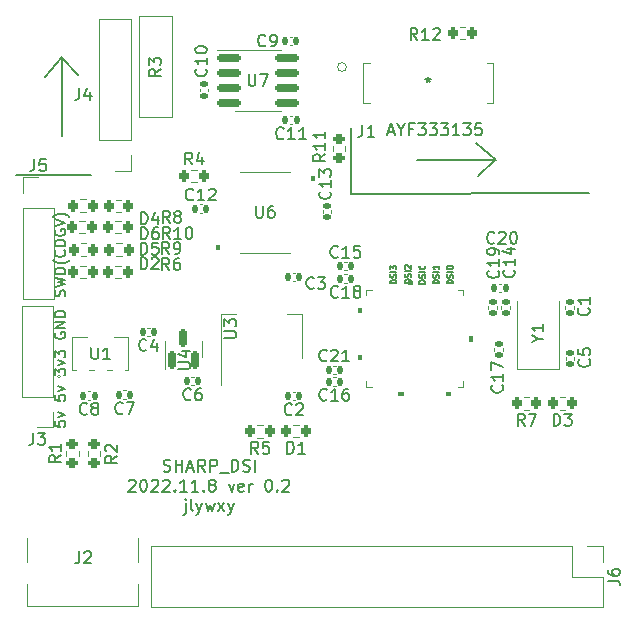
<source format=gto>
G04 #@! TF.GenerationSoftware,KiCad,Pcbnew,(6.0.7-1)-1*
G04 #@! TF.CreationDate,2022-11-08T18:33:53+08:00*
G04 #@! TF.ProjectId,sharp_dsi,73686172-705f-4647-9369-2e6b69636164,rev?*
G04 #@! TF.SameCoordinates,Original*
G04 #@! TF.FileFunction,Legend,Top*
G04 #@! TF.FilePolarity,Positive*
%FSLAX46Y46*%
G04 Gerber Fmt 4.6, Leading zero omitted, Abs format (unit mm)*
G04 Created by KiCad (PCBNEW (6.0.7-1)-1) date 2022-11-08 18:33:53*
%MOMM*%
%LPD*%
G01*
G04 APERTURE LIST*
G04 Aperture macros list*
%AMRoundRect*
0 Rectangle with rounded corners*
0 $1 Rounding radius*
0 $2 $3 $4 $5 $6 $7 $8 $9 X,Y pos of 4 corners*
0 Add a 4 corners polygon primitive as box body*
4,1,4,$2,$3,$4,$5,$6,$7,$8,$9,$2,$3,0*
0 Add four circle primitives for the rounded corners*
1,1,$1+$1,$2,$3*
1,1,$1+$1,$4,$5*
1,1,$1+$1,$6,$7*
1,1,$1+$1,$8,$9*
0 Add four rect primitives between the rounded corners*
20,1,$1+$1,$2,$3,$4,$5,0*
20,1,$1+$1,$4,$5,$6,$7,0*
20,1,$1+$1,$6,$7,$8,$9,0*
20,1,$1+$1,$8,$9,$2,$3,0*%
%AMFreePoly0*
4,1,5,0.762000,-0.762000,-0.762000,-0.762000,-0.762000,0.762000,0.762000,0.762000,0.762000,-0.762000,0.762000,-0.762000,$1*%
G04 Aperture macros list end*
%ADD10C,0.150000*%
%ADD11C,0.203200*%
%ADD12C,0.127000*%
%ADD13C,0.120000*%
%ADD14C,0.100000*%
%ADD15RoundRect,0.200000X0.275000X-0.200000X0.275000X0.200000X-0.275000X0.200000X-0.275000X-0.200000X0*%
%ADD16RoundRect,0.140000X-0.140000X-0.170000X0.140000X-0.170000X0.140000X0.170000X-0.140000X0.170000X0*%
%ADD17RoundRect,0.140000X0.140000X0.170000X-0.140000X0.170000X-0.140000X-0.170000X0.140000X-0.170000X0*%
%ADD18R,0.350000X1.500000*%
%ADD19RoundRect,0.200000X-0.200000X-0.275000X0.200000X-0.275000X0.200000X0.275000X-0.200000X0.275000X0*%
%ADD20RoundRect,0.150000X-0.825000X-0.150000X0.825000X-0.150000X0.825000X0.150000X-0.825000X0.150000X0*%
%ADD21RoundRect,0.200000X0.200000X0.275000X-0.200000X0.275000X-0.200000X-0.275000X0.200000X-0.275000X0*%
%ADD22R,1.473200X0.355600*%
%ADD23R,1.700000X1.700000*%
%ADD24O,1.700000X1.700000*%
%ADD25RoundRect,0.140000X-0.170000X0.140000X-0.170000X-0.140000X0.170000X-0.140000X0.170000X0.140000X0*%
%ADD26R,2.400000X2.000000*%
%ADD27C,0.650000*%
%ADD28R,0.600000X2.000000*%
%ADD29R,0.300000X2.000000*%
%ADD30R,0.600000X1.450000*%
%ADD31O,1.000000X1.600000*%
%ADD32O,1.000000X2.100000*%
%ADD33R,0.431800X1.193800*%
%ADD34FreePoly0,0.000000*%
%ADD35R,0.482600X1.193800*%
%ADD36RoundRect,0.140000X0.170000X-0.140000X0.170000X0.140000X-0.170000X0.140000X-0.170000X-0.140000X0*%
%ADD37RoundRect,0.150000X0.150000X-0.587500X0.150000X0.587500X-0.150000X0.587500X-0.150000X-0.587500X0*%
%ADD38R,0.203200X0.762000*%
%ADD39R,0.762000X0.203200*%
%ADD40R,4.699000X4.699000*%
%ADD41R,1.500000X2.000000*%
%ADD42R,3.800000X2.000000*%
%ADD43C,1.600000*%
G04 APERTURE END LIST*
D10*
X126974600Y-61569600D02*
X125476000Y-62966600D01*
X90246200Y-52933600D02*
X91643200Y-54432200D01*
X114731800Y-64490600D02*
X134924800Y-64439800D01*
X114731800Y-58902600D02*
X114731800Y-64490600D01*
X127000000Y-61620400D02*
X125349000Y-60172600D01*
X92760800Y-62915800D02*
X86385400Y-62915800D01*
X90297000Y-52908200D02*
X88849200Y-54559200D01*
X120370600Y-61620400D02*
X127000000Y-61620400D01*
X90297000Y-59537600D02*
X90297000Y-52908200D01*
D11*
X90504433Y-73160466D02*
X90546766Y-73033466D01*
X90546766Y-72821800D01*
X90504433Y-72737133D01*
X90462100Y-72694800D01*
X90377433Y-72652466D01*
X90292766Y-72652466D01*
X90208100Y-72694800D01*
X90165766Y-72737133D01*
X90123433Y-72821800D01*
X90081100Y-72991133D01*
X90038766Y-73075800D01*
X89996433Y-73118133D01*
X89911766Y-73160466D01*
X89827100Y-73160466D01*
X89742433Y-73118133D01*
X89700100Y-73075800D01*
X89657766Y-72991133D01*
X89657766Y-72779466D01*
X89700100Y-72652466D01*
X89657766Y-72356133D02*
X90546766Y-72144466D01*
X89911766Y-71975133D01*
X90546766Y-71805800D01*
X89657766Y-71594133D01*
X90546766Y-71255466D02*
X89657766Y-71255466D01*
X89657766Y-71043800D01*
X89700100Y-70916800D01*
X89784766Y-70832133D01*
X89869433Y-70789800D01*
X90038766Y-70747466D01*
X90165766Y-70747466D01*
X90335100Y-70789800D01*
X90419766Y-70832133D01*
X90504433Y-70916800D01*
X90546766Y-71043800D01*
X90546766Y-71255466D01*
X90885433Y-70112466D02*
X90843100Y-70154800D01*
X90716100Y-70239466D01*
X90631433Y-70281800D01*
X90504433Y-70324133D01*
X90292766Y-70366466D01*
X90123433Y-70366466D01*
X89911766Y-70324133D01*
X89784766Y-70281800D01*
X89700100Y-70239466D01*
X89573100Y-70154800D01*
X89530766Y-70112466D01*
X90462100Y-69265800D02*
X90504433Y-69308133D01*
X90546766Y-69435133D01*
X90546766Y-69519800D01*
X90504433Y-69646800D01*
X90419766Y-69731466D01*
X90335100Y-69773800D01*
X90165766Y-69816133D01*
X90038766Y-69816133D01*
X89869433Y-69773800D01*
X89784766Y-69731466D01*
X89700100Y-69646800D01*
X89657766Y-69519800D01*
X89657766Y-69435133D01*
X89700100Y-69308133D01*
X89742433Y-69265800D01*
X90546766Y-68884800D02*
X89657766Y-68884800D01*
X89657766Y-68673133D01*
X89700100Y-68546133D01*
X89784766Y-68461466D01*
X89869433Y-68419133D01*
X90038766Y-68376800D01*
X90165766Y-68376800D01*
X90335100Y-68419133D01*
X90419766Y-68461466D01*
X90504433Y-68546133D01*
X90546766Y-68673133D01*
X90546766Y-68884800D01*
X89700100Y-67530133D02*
X89657766Y-67614800D01*
X89657766Y-67741800D01*
X89700100Y-67868800D01*
X89784766Y-67953466D01*
X89869433Y-67995800D01*
X90038766Y-68038133D01*
X90165766Y-68038133D01*
X90335100Y-67995800D01*
X90419766Y-67953466D01*
X90504433Y-67868800D01*
X90546766Y-67741800D01*
X90546766Y-67657133D01*
X90504433Y-67530133D01*
X90462100Y-67487800D01*
X90165766Y-67487800D01*
X90165766Y-67657133D01*
X89657766Y-67233800D02*
X90546766Y-66937466D01*
X89657766Y-66641133D01*
X90885433Y-66429466D02*
X90843100Y-66387133D01*
X90716100Y-66302466D01*
X90631433Y-66260133D01*
X90504433Y-66217800D01*
X90292766Y-66175466D01*
X90123433Y-66175466D01*
X89911766Y-66217800D01*
X89784766Y-66260133D01*
X89700100Y-66302466D01*
X89573100Y-66387133D01*
X89530766Y-66429466D01*
X89657766Y-83718400D02*
X89657766Y-84141733D01*
X90081100Y-84184066D01*
X90038766Y-84141733D01*
X89996433Y-84057066D01*
X89996433Y-83845400D01*
X90038766Y-83760733D01*
X90081100Y-83718400D01*
X90165766Y-83676066D01*
X90377433Y-83676066D01*
X90462100Y-83718400D01*
X90504433Y-83760733D01*
X90546766Y-83845400D01*
X90546766Y-84057066D01*
X90504433Y-84141733D01*
X90462100Y-84184066D01*
X89954100Y-83379733D02*
X90546766Y-83168066D01*
X89954100Y-82956400D01*
X89657766Y-81517066D02*
X89657766Y-81940400D01*
X90081100Y-81982733D01*
X90038766Y-81940400D01*
X89996433Y-81855733D01*
X89996433Y-81644066D01*
X90038766Y-81559400D01*
X90081100Y-81517066D01*
X90165766Y-81474733D01*
X90377433Y-81474733D01*
X90462100Y-81517066D01*
X90504433Y-81559400D01*
X90546766Y-81644066D01*
X90546766Y-81855733D01*
X90504433Y-81940400D01*
X90462100Y-81982733D01*
X89954100Y-81178400D02*
X90546766Y-80966733D01*
X89954100Y-80755066D01*
X89657766Y-79823733D02*
X89657766Y-79273400D01*
X89996433Y-79569733D01*
X89996433Y-79442733D01*
X90038766Y-79358066D01*
X90081100Y-79315733D01*
X90165766Y-79273400D01*
X90377433Y-79273400D01*
X90462100Y-79315733D01*
X90504433Y-79358066D01*
X90546766Y-79442733D01*
X90546766Y-79696733D01*
X90504433Y-79781400D01*
X90462100Y-79823733D01*
X89954100Y-78977066D02*
X90546766Y-78765400D01*
X89954100Y-78553733D01*
X89657766Y-78299733D02*
X89657766Y-77749400D01*
X89996433Y-78045733D01*
X89996433Y-77918733D01*
X90038766Y-77834066D01*
X90081100Y-77791733D01*
X90165766Y-77749400D01*
X90377433Y-77749400D01*
X90462100Y-77791733D01*
X90504433Y-77834066D01*
X90546766Y-77918733D01*
X90546766Y-78172733D01*
X90504433Y-78257400D01*
X90462100Y-78299733D01*
X89700100Y-76225400D02*
X89657766Y-76310066D01*
X89657766Y-76437066D01*
X89700100Y-76564066D01*
X89784766Y-76648733D01*
X89869433Y-76691066D01*
X90038766Y-76733400D01*
X90165766Y-76733400D01*
X90335100Y-76691066D01*
X90419766Y-76648733D01*
X90504433Y-76564066D01*
X90546766Y-76437066D01*
X90546766Y-76352400D01*
X90504433Y-76225400D01*
X90462100Y-76183066D01*
X90165766Y-76183066D01*
X90165766Y-76352400D01*
X90546766Y-75802066D02*
X89657766Y-75802066D01*
X90546766Y-75294066D01*
X89657766Y-75294066D01*
X90546766Y-74870733D02*
X89657766Y-74870733D01*
X89657766Y-74659066D01*
X89700100Y-74532066D01*
X89784766Y-74447400D01*
X89869433Y-74405066D01*
X90038766Y-74362733D01*
X90165766Y-74362733D01*
X90335100Y-74405066D01*
X90419766Y-74447400D01*
X90504433Y-74532066D01*
X90546766Y-74659066D01*
X90546766Y-74870733D01*
X95920076Y-88765500D02*
X95968457Y-88717120D01*
X96065219Y-88668739D01*
X96307123Y-88668739D01*
X96403885Y-88717120D01*
X96452266Y-88765500D01*
X96500647Y-88862262D01*
X96500647Y-88959024D01*
X96452266Y-89104167D01*
X95871695Y-89684739D01*
X96500647Y-89684739D01*
X97129600Y-88668739D02*
X97226361Y-88668739D01*
X97323123Y-88717120D01*
X97371504Y-88765500D01*
X97419885Y-88862262D01*
X97468266Y-89055786D01*
X97468266Y-89297691D01*
X97419885Y-89491215D01*
X97371504Y-89587977D01*
X97323123Y-89636358D01*
X97226361Y-89684739D01*
X97129600Y-89684739D01*
X97032838Y-89636358D01*
X96984457Y-89587977D01*
X96936076Y-89491215D01*
X96887695Y-89297691D01*
X96887695Y-89055786D01*
X96936076Y-88862262D01*
X96984457Y-88765500D01*
X97032838Y-88717120D01*
X97129600Y-88668739D01*
X97855314Y-88765500D02*
X97903695Y-88717120D01*
X98000457Y-88668739D01*
X98242361Y-88668739D01*
X98339123Y-88717120D01*
X98387504Y-88765500D01*
X98435885Y-88862262D01*
X98435885Y-88959024D01*
X98387504Y-89104167D01*
X97806933Y-89684739D01*
X98435885Y-89684739D01*
X98822933Y-88765500D02*
X98871314Y-88717120D01*
X98968076Y-88668739D01*
X99209980Y-88668739D01*
X99306742Y-88717120D01*
X99355123Y-88765500D01*
X99403504Y-88862262D01*
X99403504Y-88959024D01*
X99355123Y-89104167D01*
X98774552Y-89684739D01*
X99403504Y-89684739D01*
X99838933Y-89587977D02*
X99887314Y-89636358D01*
X99838933Y-89684739D01*
X99790552Y-89636358D01*
X99838933Y-89587977D01*
X99838933Y-89684739D01*
X100854933Y-89684739D02*
X100274361Y-89684739D01*
X100564647Y-89684739D02*
X100564647Y-88668739D01*
X100467885Y-88813881D01*
X100371123Y-88910643D01*
X100274361Y-88959024D01*
X101822552Y-89684739D02*
X101241980Y-89684739D01*
X101532266Y-89684739D02*
X101532266Y-88668739D01*
X101435504Y-88813881D01*
X101338742Y-88910643D01*
X101241980Y-88959024D01*
X102257980Y-89587977D02*
X102306361Y-89636358D01*
X102257980Y-89684739D01*
X102209600Y-89636358D01*
X102257980Y-89587977D01*
X102257980Y-89684739D01*
X102886933Y-89104167D02*
X102790171Y-89055786D01*
X102741790Y-89007405D01*
X102693409Y-88910643D01*
X102693409Y-88862262D01*
X102741790Y-88765500D01*
X102790171Y-88717120D01*
X102886933Y-88668739D01*
X103080457Y-88668739D01*
X103177219Y-88717120D01*
X103225600Y-88765500D01*
X103273980Y-88862262D01*
X103273980Y-88910643D01*
X103225600Y-89007405D01*
X103177219Y-89055786D01*
X103080457Y-89104167D01*
X102886933Y-89104167D01*
X102790171Y-89152548D01*
X102741790Y-89200929D01*
X102693409Y-89297691D01*
X102693409Y-89491215D01*
X102741790Y-89587977D01*
X102790171Y-89636358D01*
X102886933Y-89684739D01*
X103080457Y-89684739D01*
X103177219Y-89636358D01*
X103225600Y-89587977D01*
X103273980Y-89491215D01*
X103273980Y-89297691D01*
X103225600Y-89200929D01*
X103177219Y-89152548D01*
X103080457Y-89104167D01*
X104386742Y-89007405D02*
X104628647Y-89684739D01*
X104870552Y-89007405D01*
X105644647Y-89636358D02*
X105547885Y-89684739D01*
X105354361Y-89684739D01*
X105257600Y-89636358D01*
X105209219Y-89539596D01*
X105209219Y-89152548D01*
X105257600Y-89055786D01*
X105354361Y-89007405D01*
X105547885Y-89007405D01*
X105644647Y-89055786D01*
X105693028Y-89152548D01*
X105693028Y-89249310D01*
X105209219Y-89346072D01*
X106128457Y-89684739D02*
X106128457Y-89007405D01*
X106128457Y-89200929D02*
X106176838Y-89104167D01*
X106225219Y-89055786D01*
X106321980Y-89007405D01*
X106418742Y-89007405D01*
X107725028Y-88668739D02*
X107821790Y-88668739D01*
X107918552Y-88717120D01*
X107966933Y-88765500D01*
X108015314Y-88862262D01*
X108063695Y-89055786D01*
X108063695Y-89297691D01*
X108015314Y-89491215D01*
X107966933Y-89587977D01*
X107918552Y-89636358D01*
X107821790Y-89684739D01*
X107725028Y-89684739D01*
X107628266Y-89636358D01*
X107579885Y-89587977D01*
X107531504Y-89491215D01*
X107483123Y-89297691D01*
X107483123Y-89055786D01*
X107531504Y-88862262D01*
X107579885Y-88765500D01*
X107628266Y-88717120D01*
X107725028Y-88668739D01*
X108499123Y-89587977D02*
X108547504Y-89636358D01*
X108499123Y-89684739D01*
X108450742Y-89636358D01*
X108499123Y-89587977D01*
X108499123Y-89684739D01*
X108934552Y-88765500D02*
X108982933Y-88717120D01*
X109079695Y-88668739D01*
X109321600Y-88668739D01*
X109418361Y-88717120D01*
X109466742Y-88765500D01*
X109515123Y-88862262D01*
X109515123Y-88959024D01*
X109466742Y-89104167D01*
X108886171Y-89684739D01*
X109515123Y-89684739D01*
X100733980Y-90643165D02*
X100733980Y-91514022D01*
X100685600Y-91610784D01*
X100588838Y-91659165D01*
X100540457Y-91659165D01*
X100733980Y-90304499D02*
X100685600Y-90352880D01*
X100733980Y-90401260D01*
X100782361Y-90352880D01*
X100733980Y-90304499D01*
X100733980Y-90401260D01*
X101362933Y-91320499D02*
X101266171Y-91272118D01*
X101217790Y-91175356D01*
X101217790Y-90304499D01*
X101653219Y-90643165D02*
X101895123Y-91320499D01*
X102137028Y-90643165D02*
X101895123Y-91320499D01*
X101798361Y-91562403D01*
X101749980Y-91610784D01*
X101653219Y-91659165D01*
X102427314Y-90643165D02*
X102620838Y-91320499D01*
X102814361Y-90836689D01*
X103007885Y-91320499D01*
X103201409Y-90643165D01*
X103491695Y-91320499D02*
X104023885Y-90643165D01*
X103491695Y-90643165D02*
X104023885Y-91320499D01*
X104314171Y-90643165D02*
X104556076Y-91320499D01*
X104797980Y-90643165D02*
X104556076Y-91320499D01*
X104459314Y-91562403D01*
X104410933Y-91610784D01*
X104314171Y-91659165D01*
D12*
X123369009Y-72061009D02*
X122861009Y-72061009D01*
X122861009Y-71940057D01*
X122885200Y-71867485D01*
X122933580Y-71819104D01*
X122981961Y-71794914D01*
X123078723Y-71770723D01*
X123151295Y-71770723D01*
X123248057Y-71794914D01*
X123296438Y-71819104D01*
X123344819Y-71867485D01*
X123369009Y-71940057D01*
X123369009Y-72061009D01*
X123344819Y-71577200D02*
X123369009Y-71504628D01*
X123369009Y-71383676D01*
X123344819Y-71335295D01*
X123320628Y-71311104D01*
X123272247Y-71286914D01*
X123223866Y-71286914D01*
X123175485Y-71311104D01*
X123151295Y-71335295D01*
X123127104Y-71383676D01*
X123102914Y-71480438D01*
X123078723Y-71528819D01*
X123054533Y-71553009D01*
X123006152Y-71577200D01*
X122957771Y-71577200D01*
X122909390Y-71553009D01*
X122885200Y-71528819D01*
X122861009Y-71480438D01*
X122861009Y-71359485D01*
X122885200Y-71286914D01*
X123369009Y-71069200D02*
X122861009Y-71069200D01*
X122861009Y-70730533D02*
X122861009Y-70682152D01*
X122885200Y-70633771D01*
X122909390Y-70609580D01*
X122957771Y-70585390D01*
X123054533Y-70561200D01*
X123175485Y-70561200D01*
X123272247Y-70585390D01*
X123320628Y-70609580D01*
X123344819Y-70633771D01*
X123369009Y-70682152D01*
X123369009Y-70730533D01*
X123344819Y-70778914D01*
X123320628Y-70803104D01*
X123272247Y-70827295D01*
X123175485Y-70851485D01*
X123054533Y-70851485D01*
X122957771Y-70827295D01*
X122909390Y-70803104D01*
X122885200Y-70778914D01*
X122861009Y-70730533D01*
D11*
X98873733Y-87939638D02*
X99018876Y-87988019D01*
X99260780Y-87988019D01*
X99357542Y-87939638D01*
X99405923Y-87891257D01*
X99454304Y-87794495D01*
X99454304Y-87697733D01*
X99405923Y-87600971D01*
X99357542Y-87552590D01*
X99260780Y-87504209D01*
X99067257Y-87455828D01*
X98970495Y-87407447D01*
X98922114Y-87359066D01*
X98873733Y-87262304D01*
X98873733Y-87165542D01*
X98922114Y-87068780D01*
X98970495Y-87020400D01*
X99067257Y-86972019D01*
X99309161Y-86972019D01*
X99454304Y-87020400D01*
X99889733Y-87988019D02*
X99889733Y-86972019D01*
X99889733Y-87455828D02*
X100470304Y-87455828D01*
X100470304Y-87988019D02*
X100470304Y-86972019D01*
X100905733Y-87697733D02*
X101389542Y-87697733D01*
X100808971Y-87988019D02*
X101147638Y-86972019D01*
X101486304Y-87988019D01*
X102405542Y-87988019D02*
X102066876Y-87504209D01*
X101824971Y-87988019D02*
X101824971Y-86972019D01*
X102212019Y-86972019D01*
X102308780Y-87020400D01*
X102357161Y-87068780D01*
X102405542Y-87165542D01*
X102405542Y-87310685D01*
X102357161Y-87407447D01*
X102308780Y-87455828D01*
X102212019Y-87504209D01*
X101824971Y-87504209D01*
X102840971Y-87988019D02*
X102840971Y-86972019D01*
X103228019Y-86972019D01*
X103324780Y-87020400D01*
X103373161Y-87068780D01*
X103421542Y-87165542D01*
X103421542Y-87310685D01*
X103373161Y-87407447D01*
X103324780Y-87455828D01*
X103228019Y-87504209D01*
X102840971Y-87504209D01*
X103615066Y-88084780D02*
X104389161Y-88084780D01*
X104631066Y-87988019D02*
X104631066Y-86972019D01*
X104872971Y-86972019D01*
X105018114Y-87020400D01*
X105114876Y-87117161D01*
X105163257Y-87213923D01*
X105211638Y-87407447D01*
X105211638Y-87552590D01*
X105163257Y-87746114D01*
X105114876Y-87842876D01*
X105018114Y-87939638D01*
X104872971Y-87988019D01*
X104631066Y-87988019D01*
X105598685Y-87939638D02*
X105743828Y-87988019D01*
X105985733Y-87988019D01*
X106082495Y-87939638D01*
X106130876Y-87891257D01*
X106179257Y-87794495D01*
X106179257Y-87697733D01*
X106130876Y-87600971D01*
X106082495Y-87552590D01*
X105985733Y-87504209D01*
X105792209Y-87455828D01*
X105695447Y-87407447D01*
X105647066Y-87359066D01*
X105598685Y-87262304D01*
X105598685Y-87165542D01*
X105647066Y-87068780D01*
X105695447Y-87020400D01*
X105792209Y-86972019D01*
X106034114Y-86972019D01*
X106179257Y-87020400D01*
X106614685Y-87988019D02*
X106614685Y-86972019D01*
D12*
X121032209Y-72073104D02*
X120524209Y-72073104D01*
X120524209Y-71952152D01*
X120548400Y-71879580D01*
X120596780Y-71831200D01*
X120645161Y-71807009D01*
X120741923Y-71782819D01*
X120814495Y-71782819D01*
X120911257Y-71807009D01*
X120959638Y-71831200D01*
X121008019Y-71879580D01*
X121032209Y-71952152D01*
X121032209Y-72073104D01*
X121008019Y-71589295D02*
X121032209Y-71516723D01*
X121032209Y-71395771D01*
X121008019Y-71347390D01*
X120983828Y-71323200D01*
X120935447Y-71299009D01*
X120887066Y-71299009D01*
X120838685Y-71323200D01*
X120814495Y-71347390D01*
X120790304Y-71395771D01*
X120766114Y-71492533D01*
X120741923Y-71540914D01*
X120717733Y-71565104D01*
X120669352Y-71589295D01*
X120620971Y-71589295D01*
X120572590Y-71565104D01*
X120548400Y-71540914D01*
X120524209Y-71492533D01*
X120524209Y-71371580D01*
X120548400Y-71299009D01*
X121032209Y-71081295D02*
X120524209Y-71081295D01*
X120983828Y-70549104D02*
X121008019Y-70573295D01*
X121032209Y-70645866D01*
X121032209Y-70694247D01*
X121008019Y-70766819D01*
X120959638Y-70815200D01*
X120911257Y-70839390D01*
X120814495Y-70863580D01*
X120741923Y-70863580D01*
X120645161Y-70839390D01*
X120596780Y-70815200D01*
X120548400Y-70766819D01*
X120524209Y-70694247D01*
X120524209Y-70645866D01*
X120548400Y-70573295D01*
X120572590Y-70549104D01*
X118593809Y-72061009D02*
X118085809Y-72061009D01*
X118085809Y-71940057D01*
X118110000Y-71867485D01*
X118158380Y-71819104D01*
X118206761Y-71794914D01*
X118303523Y-71770723D01*
X118376095Y-71770723D01*
X118472857Y-71794914D01*
X118521238Y-71819104D01*
X118569619Y-71867485D01*
X118593809Y-71940057D01*
X118593809Y-72061009D01*
X118569619Y-71577200D02*
X118593809Y-71504628D01*
X118593809Y-71383676D01*
X118569619Y-71335295D01*
X118545428Y-71311104D01*
X118497047Y-71286914D01*
X118448666Y-71286914D01*
X118400285Y-71311104D01*
X118376095Y-71335295D01*
X118351904Y-71383676D01*
X118327714Y-71480438D01*
X118303523Y-71528819D01*
X118279333Y-71553009D01*
X118230952Y-71577200D01*
X118182571Y-71577200D01*
X118134190Y-71553009D01*
X118110000Y-71528819D01*
X118085809Y-71480438D01*
X118085809Y-71359485D01*
X118110000Y-71286914D01*
X118593809Y-71069200D02*
X118085809Y-71069200D01*
X118085809Y-70875676D02*
X118085809Y-70561200D01*
X118279333Y-70730533D01*
X118279333Y-70657961D01*
X118303523Y-70609580D01*
X118327714Y-70585390D01*
X118376095Y-70561200D01*
X118497047Y-70561200D01*
X118545428Y-70585390D01*
X118569619Y-70609580D01*
X118593809Y-70657961D01*
X118593809Y-70803104D01*
X118569619Y-70851485D01*
X118545428Y-70875676D01*
X119813009Y-72010209D02*
X119305009Y-72010209D01*
X119305009Y-71889257D01*
X119329200Y-71816685D01*
X119377580Y-71768304D01*
X119425961Y-71744114D01*
X119522723Y-71719923D01*
X119595295Y-71719923D01*
X119692057Y-71744114D01*
X119740438Y-71768304D01*
X119788819Y-71816685D01*
X119813009Y-71889257D01*
X119813009Y-72010209D01*
X119788819Y-71526400D02*
X119813009Y-71453828D01*
X119813009Y-71332876D01*
X119788819Y-71284495D01*
X119764628Y-71260304D01*
X119716247Y-71236114D01*
X119667866Y-71236114D01*
X119619485Y-71260304D01*
X119595295Y-71284495D01*
X119571104Y-71332876D01*
X119546914Y-71429638D01*
X119522723Y-71478019D01*
X119498533Y-71502209D01*
X119450152Y-71526400D01*
X119401771Y-71526400D01*
X119353390Y-71502209D01*
X119329200Y-71478019D01*
X119305009Y-71429638D01*
X119305009Y-71308685D01*
X119329200Y-71236114D01*
X119813009Y-71018400D02*
X119305009Y-71018400D01*
X119353390Y-70800685D02*
X119329200Y-70776495D01*
X119305009Y-70728114D01*
X119305009Y-70607161D01*
X119329200Y-70558780D01*
X119353390Y-70534590D01*
X119401771Y-70510400D01*
X119450152Y-70510400D01*
X119522723Y-70534590D01*
X119813009Y-70824876D01*
X119813009Y-70510400D01*
X122200609Y-72061009D02*
X121692609Y-72061009D01*
X121692609Y-71940057D01*
X121716800Y-71867485D01*
X121765180Y-71819104D01*
X121813561Y-71794914D01*
X121910323Y-71770723D01*
X121982895Y-71770723D01*
X122079657Y-71794914D01*
X122128038Y-71819104D01*
X122176419Y-71867485D01*
X122200609Y-71940057D01*
X122200609Y-72061009D01*
X122176419Y-71577200D02*
X122200609Y-71504628D01*
X122200609Y-71383676D01*
X122176419Y-71335295D01*
X122152228Y-71311104D01*
X122103847Y-71286914D01*
X122055466Y-71286914D01*
X122007085Y-71311104D01*
X121982895Y-71335295D01*
X121958704Y-71383676D01*
X121934514Y-71480438D01*
X121910323Y-71528819D01*
X121886133Y-71553009D01*
X121837752Y-71577200D01*
X121789371Y-71577200D01*
X121740990Y-71553009D01*
X121716800Y-71528819D01*
X121692609Y-71480438D01*
X121692609Y-71359485D01*
X121716800Y-71286914D01*
X122200609Y-71069200D02*
X121692609Y-71069200D01*
X122200609Y-70561200D02*
X122200609Y-70851485D01*
X122200609Y-70706342D02*
X121692609Y-70706342D01*
X121765180Y-70754723D01*
X121813561Y-70803104D01*
X121837752Y-70851485D01*
D10*
X94940380Y-86653666D02*
X94464190Y-86987000D01*
X94940380Y-87225095D02*
X93940380Y-87225095D01*
X93940380Y-86844142D01*
X93988000Y-86748904D01*
X94035619Y-86701285D01*
X94130857Y-86653666D01*
X94273714Y-86653666D01*
X94368952Y-86701285D01*
X94416571Y-86748904D01*
X94464190Y-86844142D01*
X94464190Y-87225095D01*
X94035619Y-86272714D02*
X93988000Y-86225095D01*
X93940380Y-86129857D01*
X93940380Y-85891761D01*
X93988000Y-85796523D01*
X94035619Y-85748904D01*
X94130857Y-85701285D01*
X94226095Y-85701285D01*
X94368952Y-85748904D01*
X94940380Y-86320333D01*
X94940380Y-85701285D01*
X101388942Y-64932342D02*
X101341323Y-64979961D01*
X101198466Y-65027580D01*
X101103228Y-65027580D01*
X100960371Y-64979961D01*
X100865133Y-64884723D01*
X100817514Y-64789485D01*
X100769895Y-64599009D01*
X100769895Y-64456152D01*
X100817514Y-64265676D01*
X100865133Y-64170438D01*
X100960371Y-64075200D01*
X101103228Y-64027580D01*
X101198466Y-64027580D01*
X101341323Y-64075200D01*
X101388942Y-64122819D01*
X102341323Y-65027580D02*
X101769895Y-65027580D01*
X102055609Y-65027580D02*
X102055609Y-64027580D01*
X101960371Y-64170438D01*
X101865133Y-64265676D01*
X101769895Y-64313295D01*
X102722276Y-64122819D02*
X102769895Y-64075200D01*
X102865133Y-64027580D01*
X103103228Y-64027580D01*
X103198466Y-64075200D01*
X103246085Y-64122819D01*
X103293704Y-64218057D01*
X103293704Y-64313295D01*
X103246085Y-64456152D01*
X102674657Y-65027580D01*
X103293704Y-65027580D01*
X92393533Y-83076542D02*
X92345914Y-83124161D01*
X92203057Y-83171780D01*
X92107819Y-83171780D01*
X91964961Y-83124161D01*
X91869723Y-83028923D01*
X91822104Y-82933685D01*
X91774485Y-82743209D01*
X91774485Y-82600352D01*
X91822104Y-82409876D01*
X91869723Y-82314638D01*
X91964961Y-82219400D01*
X92107819Y-82171780D01*
X92203057Y-82171780D01*
X92345914Y-82219400D01*
X92393533Y-82267019D01*
X92964961Y-82600352D02*
X92869723Y-82552733D01*
X92822104Y-82505114D01*
X92774485Y-82409876D01*
X92774485Y-82362257D01*
X92822104Y-82267019D01*
X92869723Y-82219400D01*
X92964961Y-82171780D01*
X93155438Y-82171780D01*
X93250676Y-82219400D01*
X93298295Y-82267019D01*
X93345914Y-82362257D01*
X93345914Y-82409876D01*
X93298295Y-82505114D01*
X93250676Y-82552733D01*
X93155438Y-82600352D01*
X92964961Y-82600352D01*
X92869723Y-82647971D01*
X92822104Y-82695590D01*
X92774485Y-82790828D01*
X92774485Y-82981304D01*
X92822104Y-83076542D01*
X92869723Y-83124161D01*
X92964961Y-83171780D01*
X93155438Y-83171780D01*
X93250676Y-83124161D01*
X93298295Y-83076542D01*
X93345914Y-82981304D01*
X93345914Y-82790828D01*
X93298295Y-82695590D01*
X93250676Y-82647971D01*
X93155438Y-82600352D01*
X109034342Y-59759342D02*
X108986723Y-59806961D01*
X108843866Y-59854580D01*
X108748628Y-59854580D01*
X108605771Y-59806961D01*
X108510533Y-59711723D01*
X108462914Y-59616485D01*
X108415295Y-59426009D01*
X108415295Y-59283152D01*
X108462914Y-59092676D01*
X108510533Y-58997438D01*
X108605771Y-58902200D01*
X108748628Y-58854580D01*
X108843866Y-58854580D01*
X108986723Y-58902200D01*
X109034342Y-58949819D01*
X109986723Y-59854580D02*
X109415295Y-59854580D01*
X109701009Y-59854580D02*
X109701009Y-58854580D01*
X109605771Y-58997438D01*
X109510533Y-59092676D01*
X109415295Y-59140295D01*
X110939104Y-59854580D02*
X110367676Y-59854580D01*
X110653390Y-59854580D02*
X110653390Y-58854580D01*
X110558152Y-58997438D01*
X110462914Y-59092676D01*
X110367676Y-59140295D01*
X115719266Y-58634380D02*
X115719266Y-59348666D01*
X115671647Y-59491523D01*
X115576409Y-59586761D01*
X115433552Y-59634380D01*
X115338314Y-59634380D01*
X116719266Y-59634380D02*
X116147838Y-59634380D01*
X116433552Y-59634380D02*
X116433552Y-58634380D01*
X116338314Y-58777238D01*
X116243076Y-58872476D01*
X116147838Y-58920095D01*
X117916819Y-59221666D02*
X118393009Y-59221666D01*
X117821580Y-59507380D02*
X118154914Y-58507380D01*
X118488247Y-59507380D01*
X119012057Y-59031190D02*
X119012057Y-59507380D01*
X118678723Y-58507380D02*
X119012057Y-59031190D01*
X119345390Y-58507380D01*
X120012057Y-58983571D02*
X119678723Y-58983571D01*
X119678723Y-59507380D02*
X119678723Y-58507380D01*
X120154914Y-58507380D01*
X120440628Y-58507380D02*
X121059676Y-58507380D01*
X120726342Y-58888333D01*
X120869200Y-58888333D01*
X120964438Y-58935952D01*
X121012057Y-58983571D01*
X121059676Y-59078809D01*
X121059676Y-59316904D01*
X121012057Y-59412142D01*
X120964438Y-59459761D01*
X120869200Y-59507380D01*
X120583485Y-59507380D01*
X120488247Y-59459761D01*
X120440628Y-59412142D01*
X121393009Y-58507380D02*
X122012057Y-58507380D01*
X121678723Y-58888333D01*
X121821580Y-58888333D01*
X121916819Y-58935952D01*
X121964438Y-58983571D01*
X122012057Y-59078809D01*
X122012057Y-59316904D01*
X121964438Y-59412142D01*
X121916819Y-59459761D01*
X121821580Y-59507380D01*
X121535866Y-59507380D01*
X121440628Y-59459761D01*
X121393009Y-59412142D01*
X122345390Y-58507380D02*
X122964438Y-58507380D01*
X122631104Y-58888333D01*
X122773961Y-58888333D01*
X122869200Y-58935952D01*
X122916819Y-58983571D01*
X122964438Y-59078809D01*
X122964438Y-59316904D01*
X122916819Y-59412142D01*
X122869200Y-59459761D01*
X122773961Y-59507380D01*
X122488247Y-59507380D01*
X122393009Y-59459761D01*
X122345390Y-59412142D01*
X123916819Y-59507380D02*
X123345390Y-59507380D01*
X123631104Y-59507380D02*
X123631104Y-58507380D01*
X123535866Y-58650238D01*
X123440628Y-58745476D01*
X123345390Y-58793095D01*
X124250152Y-58507380D02*
X124869200Y-58507380D01*
X124535866Y-58888333D01*
X124678723Y-58888333D01*
X124773961Y-58935952D01*
X124821580Y-58983571D01*
X124869200Y-59078809D01*
X124869200Y-59316904D01*
X124821580Y-59412142D01*
X124773961Y-59459761D01*
X124678723Y-59507380D01*
X124393009Y-59507380D01*
X124297771Y-59459761D01*
X124250152Y-59412142D01*
X125773961Y-58507380D02*
X125297771Y-58507380D01*
X125250152Y-58983571D01*
X125297771Y-58935952D01*
X125393009Y-58888333D01*
X125631104Y-58888333D01*
X125726342Y-58935952D01*
X125773961Y-58983571D01*
X125821580Y-59078809D01*
X125821580Y-59316904D01*
X125773961Y-59412142D01*
X125726342Y-59459761D01*
X125631104Y-59507380D01*
X125393009Y-59507380D01*
X125297771Y-59459761D01*
X125250152Y-59412142D01*
X121285000Y-54570380D02*
X121285000Y-54808476D01*
X121046904Y-54713238D02*
X121285000Y-54808476D01*
X121523095Y-54713238D01*
X121142142Y-54998952D02*
X121285000Y-54808476D01*
X121427857Y-54998952D01*
X97422733Y-77691742D02*
X97375114Y-77739361D01*
X97232257Y-77786980D01*
X97137019Y-77786980D01*
X96994161Y-77739361D01*
X96898923Y-77644123D01*
X96851304Y-77548885D01*
X96803685Y-77358409D01*
X96803685Y-77215552D01*
X96851304Y-77025076D01*
X96898923Y-76929838D01*
X96994161Y-76834600D01*
X97137019Y-76786980D01*
X97232257Y-76786980D01*
X97375114Y-76834600D01*
X97422733Y-76882219D01*
X98279876Y-77120314D02*
X98279876Y-77786980D01*
X98041780Y-76739361D02*
X97803685Y-77453647D01*
X98422733Y-77453647D01*
X99350533Y-69565780D02*
X99017200Y-69089590D01*
X98779104Y-69565780D02*
X98779104Y-68565780D01*
X99160057Y-68565780D01*
X99255295Y-68613400D01*
X99302914Y-68661019D01*
X99350533Y-68756257D01*
X99350533Y-68899114D01*
X99302914Y-68994352D01*
X99255295Y-69041971D01*
X99160057Y-69089590D01*
X98779104Y-69089590D01*
X99826723Y-69565780D02*
X100017200Y-69565780D01*
X100112438Y-69518161D01*
X100160057Y-69470542D01*
X100255295Y-69327685D01*
X100302914Y-69137209D01*
X100302914Y-68756257D01*
X100255295Y-68661019D01*
X100207676Y-68613400D01*
X100112438Y-68565780D01*
X99921961Y-68565780D01*
X99826723Y-68613400D01*
X99779104Y-68661019D01*
X99731485Y-68756257D01*
X99731485Y-68994352D01*
X99779104Y-69089590D01*
X99826723Y-69137209D01*
X99921961Y-69184828D01*
X100112438Y-69184828D01*
X100207676Y-69137209D01*
X100255295Y-69089590D01*
X100302914Y-68994352D01*
X107503933Y-51893742D02*
X107456314Y-51941361D01*
X107313457Y-51988980D01*
X107218219Y-51988980D01*
X107075361Y-51941361D01*
X106980123Y-51846123D01*
X106932504Y-51750885D01*
X106884885Y-51560409D01*
X106884885Y-51417552D01*
X106932504Y-51227076D01*
X106980123Y-51131838D01*
X107075361Y-51036600D01*
X107218219Y-50988980D01*
X107313457Y-50988980D01*
X107456314Y-51036600D01*
X107503933Y-51084219D01*
X107980123Y-51988980D02*
X108170600Y-51988980D01*
X108265838Y-51941361D01*
X108313457Y-51893742D01*
X108408695Y-51750885D01*
X108456314Y-51560409D01*
X108456314Y-51179457D01*
X108408695Y-51084219D01*
X108361076Y-51036600D01*
X108265838Y-50988980D01*
X108075361Y-50988980D01*
X107980123Y-51036600D01*
X107932504Y-51084219D01*
X107884885Y-51179457D01*
X107884885Y-51417552D01*
X107932504Y-51512790D01*
X107980123Y-51560409D01*
X108075361Y-51608028D01*
X108265838Y-51608028D01*
X108361076Y-51560409D01*
X108408695Y-51512790D01*
X108456314Y-51417552D01*
X106070495Y-54341780D02*
X106070495Y-55151304D01*
X106118114Y-55246542D01*
X106165733Y-55294161D01*
X106260971Y-55341780D01*
X106451447Y-55341780D01*
X106546685Y-55294161D01*
X106594304Y-55246542D01*
X106641923Y-55151304D01*
X106641923Y-54341780D01*
X107022876Y-54341780D02*
X107689542Y-54341780D01*
X107260971Y-55341780D01*
X96924904Y-70861180D02*
X96924904Y-69861180D01*
X97163000Y-69861180D01*
X97305857Y-69908800D01*
X97401095Y-70004038D01*
X97448714Y-70099276D01*
X97496333Y-70289752D01*
X97496333Y-70432609D01*
X97448714Y-70623085D01*
X97401095Y-70718323D01*
X97305857Y-70813561D01*
X97163000Y-70861180D01*
X96924904Y-70861180D01*
X97877285Y-69956419D02*
X97924904Y-69908800D01*
X98020142Y-69861180D01*
X98258238Y-69861180D01*
X98353476Y-69908800D01*
X98401095Y-69956419D01*
X98448714Y-70051657D01*
X98448714Y-70146895D01*
X98401095Y-70289752D01*
X97829666Y-70861180D01*
X98448714Y-70861180D01*
X120362742Y-51455580D02*
X120029409Y-50979390D01*
X119791314Y-51455580D02*
X119791314Y-50455580D01*
X120172266Y-50455580D01*
X120267504Y-50503200D01*
X120315123Y-50550819D01*
X120362742Y-50646057D01*
X120362742Y-50788914D01*
X120315123Y-50884152D01*
X120267504Y-50931771D01*
X120172266Y-50979390D01*
X119791314Y-50979390D01*
X121315123Y-51455580D02*
X120743695Y-51455580D01*
X121029409Y-51455580D02*
X121029409Y-50455580D01*
X120934171Y-50598438D01*
X120838933Y-50693676D01*
X120743695Y-50741295D01*
X121696076Y-50550819D02*
X121743695Y-50503200D01*
X121838933Y-50455580D01*
X122077028Y-50455580D01*
X122172266Y-50503200D01*
X122219885Y-50550819D01*
X122267504Y-50646057D01*
X122267504Y-50741295D01*
X122219885Y-50884152D01*
X121648457Y-51455580D01*
X122267504Y-51455580D01*
X106705495Y-65492380D02*
X106705495Y-66301904D01*
X106753114Y-66397142D01*
X106800733Y-66444761D01*
X106895971Y-66492380D01*
X107086447Y-66492380D01*
X107181685Y-66444761D01*
X107229304Y-66397142D01*
X107276923Y-66301904D01*
X107276923Y-65492380D01*
X108181685Y-65492380D02*
X107991209Y-65492380D01*
X107895971Y-65540000D01*
X107848352Y-65587619D01*
X107753114Y-65730476D01*
X107705495Y-65920952D01*
X107705495Y-66301904D01*
X107753114Y-66397142D01*
X107800733Y-66444761D01*
X107895971Y-66492380D01*
X108086447Y-66492380D01*
X108181685Y-66444761D01*
X108229304Y-66397142D01*
X108276923Y-66301904D01*
X108276923Y-66063809D01*
X108229304Y-65968571D01*
X108181685Y-65920952D01*
X108086447Y-65873333D01*
X107895971Y-65873333D01*
X107800733Y-65920952D01*
X107753114Y-65968571D01*
X107705495Y-66063809D01*
X106878933Y-86480580D02*
X106545600Y-86004390D01*
X106307504Y-86480580D02*
X106307504Y-85480580D01*
X106688457Y-85480580D01*
X106783695Y-85528200D01*
X106831314Y-85575819D01*
X106878933Y-85671057D01*
X106878933Y-85813914D01*
X106831314Y-85909152D01*
X106783695Y-85956771D01*
X106688457Y-86004390D01*
X106307504Y-86004390D01*
X107783695Y-85480580D02*
X107307504Y-85480580D01*
X107259885Y-85956771D01*
X107307504Y-85909152D01*
X107402742Y-85861533D01*
X107640838Y-85861533D01*
X107736076Y-85909152D01*
X107783695Y-85956771D01*
X107831314Y-86052009D01*
X107831314Y-86290104D01*
X107783695Y-86385342D01*
X107736076Y-86432961D01*
X107640838Y-86480580D01*
X107402742Y-86480580D01*
X107307504Y-86432961D01*
X107259885Y-86385342D01*
X95413533Y-83034142D02*
X95365914Y-83081761D01*
X95223057Y-83129380D01*
X95127819Y-83129380D01*
X94984961Y-83081761D01*
X94889723Y-82986523D01*
X94842104Y-82891285D01*
X94794485Y-82700809D01*
X94794485Y-82557952D01*
X94842104Y-82367476D01*
X94889723Y-82272238D01*
X94984961Y-82177000D01*
X95127819Y-82129380D01*
X95223057Y-82129380D01*
X95365914Y-82177000D01*
X95413533Y-82224619D01*
X95746866Y-82129380D02*
X96413533Y-82129380D01*
X95984961Y-83129380D01*
X99407742Y-68295780D02*
X99074409Y-67819590D01*
X98836314Y-68295780D02*
X98836314Y-67295780D01*
X99217266Y-67295780D01*
X99312504Y-67343400D01*
X99360123Y-67391019D01*
X99407742Y-67486257D01*
X99407742Y-67629114D01*
X99360123Y-67724352D01*
X99312504Y-67771971D01*
X99217266Y-67819590D01*
X98836314Y-67819590D01*
X100360123Y-68295780D02*
X99788695Y-68295780D01*
X100074409Y-68295780D02*
X100074409Y-67295780D01*
X99979171Y-67438638D01*
X99883933Y-67533876D01*
X99788695Y-67581495D01*
X100979171Y-67295780D02*
X101074409Y-67295780D01*
X101169647Y-67343400D01*
X101217266Y-67391019D01*
X101264885Y-67486257D01*
X101312504Y-67676733D01*
X101312504Y-67914828D01*
X101264885Y-68105304D01*
X101217266Y-68200542D01*
X101169647Y-68248161D01*
X101074409Y-68295780D01*
X100979171Y-68295780D01*
X100883933Y-68248161D01*
X100836314Y-68200542D01*
X100788695Y-68105304D01*
X100741076Y-67914828D01*
X100741076Y-67676733D01*
X100788695Y-67486257D01*
X100836314Y-67391019D01*
X100883933Y-67343400D01*
X100979171Y-67295780D01*
X91741666Y-55535580D02*
X91741666Y-56249866D01*
X91694047Y-56392723D01*
X91598809Y-56487961D01*
X91455952Y-56535580D01*
X91360714Y-56535580D01*
X92646428Y-55868914D02*
X92646428Y-56535580D01*
X92408333Y-55487961D02*
X92170238Y-56202247D01*
X92789285Y-56202247D01*
X136498980Y-97229333D02*
X137213266Y-97229333D01*
X137356123Y-97276952D01*
X137451361Y-97372190D01*
X137498980Y-97515047D01*
X137498980Y-97610285D01*
X136498980Y-96324571D02*
X136498980Y-96515047D01*
X136546600Y-96610285D01*
X136594219Y-96657904D01*
X136737076Y-96753142D01*
X136927552Y-96800761D01*
X137308504Y-96800761D01*
X137403742Y-96753142D01*
X137451361Y-96705523D01*
X137498980Y-96610285D01*
X137498980Y-96419809D01*
X137451361Y-96324571D01*
X137403742Y-96276952D01*
X137308504Y-96229333D01*
X137070409Y-96229333D01*
X136975171Y-96276952D01*
X136927552Y-96324571D01*
X136879933Y-96419809D01*
X136879933Y-96610285D01*
X136927552Y-96705523D01*
X136975171Y-96753142D01*
X137070409Y-96800761D01*
X127204742Y-70975457D02*
X127252361Y-71023076D01*
X127299980Y-71165933D01*
X127299980Y-71261171D01*
X127252361Y-71404028D01*
X127157123Y-71499266D01*
X127061885Y-71546885D01*
X126871409Y-71594504D01*
X126728552Y-71594504D01*
X126538076Y-71546885D01*
X126442838Y-71499266D01*
X126347600Y-71404028D01*
X126299980Y-71261171D01*
X126299980Y-71165933D01*
X126347600Y-71023076D01*
X126395219Y-70975457D01*
X127299980Y-70023076D02*
X127299980Y-70594504D01*
X127299980Y-70308790D02*
X126299980Y-70308790D01*
X126442838Y-70404028D01*
X126538076Y-70499266D01*
X126585695Y-70594504D01*
X127299980Y-69546885D02*
X127299980Y-69356409D01*
X127252361Y-69261171D01*
X127204742Y-69213552D01*
X127061885Y-69118314D01*
X126871409Y-69070695D01*
X126490457Y-69070695D01*
X126395219Y-69118314D01*
X126347600Y-69165933D01*
X126299980Y-69261171D01*
X126299980Y-69451647D01*
X126347600Y-69546885D01*
X126395219Y-69594504D01*
X126490457Y-69642123D01*
X126728552Y-69642123D01*
X126823790Y-69594504D01*
X126871409Y-69546885D01*
X126919028Y-69451647D01*
X126919028Y-69261171D01*
X126871409Y-69165933D01*
X126823790Y-69118314D01*
X126728552Y-69070695D01*
X112567980Y-61120257D02*
X112091790Y-61453590D01*
X112567980Y-61691685D02*
X111567980Y-61691685D01*
X111567980Y-61310733D01*
X111615600Y-61215495D01*
X111663219Y-61167876D01*
X111758457Y-61120257D01*
X111901314Y-61120257D01*
X111996552Y-61167876D01*
X112044171Y-61215495D01*
X112091790Y-61310733D01*
X112091790Y-61691685D01*
X112567980Y-60167876D02*
X112567980Y-60739304D01*
X112567980Y-60453590D02*
X111567980Y-60453590D01*
X111710838Y-60548828D01*
X111806076Y-60644066D01*
X111853695Y-60739304D01*
X112567980Y-59215495D02*
X112567980Y-59786923D01*
X112567980Y-59501209D02*
X111567980Y-59501209D01*
X111710838Y-59596447D01*
X111806076Y-59691685D01*
X111853695Y-59786923D01*
X109345504Y-86464380D02*
X109345504Y-85464380D01*
X109583600Y-85464380D01*
X109726457Y-85512000D01*
X109821695Y-85607238D01*
X109869314Y-85702476D01*
X109916933Y-85892952D01*
X109916933Y-86035809D01*
X109869314Y-86226285D01*
X109821695Y-86321523D01*
X109726457Y-86416761D01*
X109583600Y-86464380D01*
X109345504Y-86464380D01*
X110869314Y-86464380D02*
X110297885Y-86464380D01*
X110583600Y-86464380D02*
X110583600Y-85464380D01*
X110488361Y-85607238D01*
X110393123Y-85702476D01*
X110297885Y-85750095D01*
X96924904Y-69616580D02*
X96924904Y-68616580D01*
X97163000Y-68616580D01*
X97305857Y-68664200D01*
X97401095Y-68759438D01*
X97448714Y-68854676D01*
X97496333Y-69045152D01*
X97496333Y-69188009D01*
X97448714Y-69378485D01*
X97401095Y-69473723D01*
X97305857Y-69568961D01*
X97163000Y-69616580D01*
X96924904Y-69616580D01*
X98401095Y-68616580D02*
X97924904Y-68616580D01*
X97877285Y-69092771D01*
X97924904Y-69045152D01*
X98020142Y-68997533D01*
X98258238Y-68997533D01*
X98353476Y-69045152D01*
X98401095Y-69092771D01*
X98448714Y-69188009D01*
X98448714Y-69426104D01*
X98401095Y-69521342D01*
X98353476Y-69568961D01*
X98258238Y-69616580D01*
X98020142Y-69616580D01*
X97924904Y-69568961D01*
X97877285Y-69521342D01*
X96950304Y-67051180D02*
X96950304Y-66051180D01*
X97188400Y-66051180D01*
X97331257Y-66098800D01*
X97426495Y-66194038D01*
X97474114Y-66289276D01*
X97521733Y-66479752D01*
X97521733Y-66622609D01*
X97474114Y-66813085D01*
X97426495Y-66908323D01*
X97331257Y-67003561D01*
X97188400Y-67051180D01*
X96950304Y-67051180D01*
X98378876Y-66384514D02*
X98378876Y-67051180D01*
X98140780Y-66003561D02*
X97902685Y-66717847D01*
X98521733Y-66717847D01*
X130557590Y-76726990D02*
X131033780Y-76726990D01*
X130033780Y-77060323D02*
X130557590Y-76726990D01*
X130033780Y-76393657D01*
X131033780Y-75536514D02*
X131033780Y-76107942D01*
X131033780Y-75822228D02*
X130033780Y-75822228D01*
X130176638Y-75917466D01*
X130271876Y-76012704D01*
X130319495Y-76107942D01*
X91741666Y-94753180D02*
X91741666Y-95467466D01*
X91694047Y-95610323D01*
X91598809Y-95705561D01*
X91455952Y-95753180D01*
X91360714Y-95753180D01*
X92170238Y-94848419D02*
X92217857Y-94800800D01*
X92313095Y-94753180D01*
X92551190Y-94753180D01*
X92646428Y-94800800D01*
X92694047Y-94848419D01*
X92741666Y-94943657D01*
X92741666Y-95038895D01*
X92694047Y-95181752D01*
X92122619Y-95753180D01*
X92741666Y-95753180D01*
X111593333Y-72442342D02*
X111545714Y-72489961D01*
X111402857Y-72537580D01*
X111307619Y-72537580D01*
X111164761Y-72489961D01*
X111069523Y-72394723D01*
X111021904Y-72299485D01*
X110974285Y-72109009D01*
X110974285Y-71966152D01*
X111021904Y-71775676D01*
X111069523Y-71680438D01*
X111164761Y-71585200D01*
X111307619Y-71537580D01*
X111402857Y-71537580D01*
X111545714Y-71585200D01*
X111593333Y-71632819D01*
X111926666Y-71537580D02*
X112545714Y-71537580D01*
X112212380Y-71918533D01*
X112355238Y-71918533D01*
X112450476Y-71966152D01*
X112498095Y-72013771D01*
X112545714Y-72109009D01*
X112545714Y-72347104D01*
X112498095Y-72442342D01*
X112450476Y-72489961D01*
X112355238Y-72537580D01*
X112069523Y-72537580D01*
X111974285Y-72489961D01*
X111926666Y-72442342D01*
X112691942Y-81882742D02*
X112644323Y-81930361D01*
X112501466Y-81977980D01*
X112406228Y-81977980D01*
X112263371Y-81930361D01*
X112168133Y-81835123D01*
X112120514Y-81739885D01*
X112072895Y-81549409D01*
X112072895Y-81406552D01*
X112120514Y-81216076D01*
X112168133Y-81120838D01*
X112263371Y-81025600D01*
X112406228Y-80977980D01*
X112501466Y-80977980D01*
X112644323Y-81025600D01*
X112691942Y-81073219D01*
X113644323Y-81977980D02*
X113072895Y-81977980D01*
X113358609Y-81977980D02*
X113358609Y-80977980D01*
X113263371Y-81120838D01*
X113168133Y-81216076D01*
X113072895Y-81263695D01*
X114501466Y-80977980D02*
X114310990Y-80977980D01*
X114215752Y-81025600D01*
X114168133Y-81073219D01*
X114072895Y-81216076D01*
X114025276Y-81406552D01*
X114025276Y-81787504D01*
X114072895Y-81882742D01*
X114120514Y-81930361D01*
X114215752Y-81977980D01*
X114406228Y-81977980D01*
X114501466Y-81930361D01*
X114549085Y-81882742D01*
X114596704Y-81787504D01*
X114596704Y-81549409D01*
X114549085Y-81454171D01*
X114501466Y-81406552D01*
X114406228Y-81358933D01*
X114215752Y-81358933D01*
X114120514Y-81406552D01*
X114072895Y-81454171D01*
X114025276Y-81549409D01*
X92760895Y-77455780D02*
X92760895Y-78265304D01*
X92808514Y-78360542D01*
X92856133Y-78408161D01*
X92951371Y-78455780D01*
X93141847Y-78455780D01*
X93237085Y-78408161D01*
X93284704Y-78360542D01*
X93332323Y-78265304D01*
X93332323Y-77455780D01*
X94332323Y-78455780D02*
X93760895Y-78455780D01*
X94046609Y-78455780D02*
X94046609Y-77455780D01*
X93951371Y-77598638D01*
X93856133Y-77693876D01*
X93760895Y-77741495D01*
X101181933Y-81857342D02*
X101134314Y-81904961D01*
X100991457Y-81952580D01*
X100896219Y-81952580D01*
X100753361Y-81904961D01*
X100658123Y-81809723D01*
X100610504Y-81714485D01*
X100562885Y-81524009D01*
X100562885Y-81381152D01*
X100610504Y-81190676D01*
X100658123Y-81095438D01*
X100753361Y-81000200D01*
X100896219Y-80952580D01*
X100991457Y-80952580D01*
X101134314Y-81000200D01*
X101181933Y-81047819D01*
X102039076Y-80952580D02*
X101848600Y-80952580D01*
X101753361Y-81000200D01*
X101705742Y-81047819D01*
X101610504Y-81190676D01*
X101562885Y-81381152D01*
X101562885Y-81762104D01*
X101610504Y-81857342D01*
X101658123Y-81904961D01*
X101753361Y-81952580D01*
X101943838Y-81952580D01*
X102039076Y-81904961D01*
X102086695Y-81857342D01*
X102134314Y-81762104D01*
X102134314Y-81524009D01*
X102086695Y-81428771D01*
X102039076Y-81381152D01*
X101943838Y-81333533D01*
X101753361Y-81333533D01*
X101658123Y-81381152D01*
X101610504Y-81428771D01*
X101562885Y-81524009D01*
X90182980Y-86615066D02*
X89706790Y-86948400D01*
X90182980Y-87186495D02*
X89182980Y-87186495D01*
X89182980Y-86805542D01*
X89230600Y-86710304D01*
X89278219Y-86662685D01*
X89373457Y-86615066D01*
X89516314Y-86615066D01*
X89611552Y-86662685D01*
X89659171Y-86710304D01*
X89706790Y-86805542D01*
X89706790Y-87186495D01*
X90182980Y-85662685D02*
X90182980Y-86234114D01*
X90182980Y-85948400D02*
X89182980Y-85948400D01*
X89325838Y-86043638D01*
X89421076Y-86138876D01*
X89468695Y-86234114D01*
X101294133Y-61988980D02*
X100960800Y-61512790D01*
X100722704Y-61988980D02*
X100722704Y-60988980D01*
X101103657Y-60988980D01*
X101198895Y-61036600D01*
X101246514Y-61084219D01*
X101294133Y-61179457D01*
X101294133Y-61322314D01*
X101246514Y-61417552D01*
X101198895Y-61465171D01*
X101103657Y-61512790D01*
X100722704Y-61512790D01*
X102151276Y-61322314D02*
X102151276Y-61988980D01*
X101913180Y-60941361D02*
X101675085Y-61655647D01*
X102294133Y-61655647D01*
X129449533Y-84102180D02*
X129116200Y-83625990D01*
X128878104Y-84102180D02*
X128878104Y-83102180D01*
X129259057Y-83102180D01*
X129354295Y-83149800D01*
X129401914Y-83197419D01*
X129449533Y-83292657D01*
X129449533Y-83435514D01*
X129401914Y-83530752D01*
X129354295Y-83578371D01*
X129259057Y-83625990D01*
X128878104Y-83625990D01*
X129782866Y-83102180D02*
X130449533Y-83102180D01*
X130020961Y-84102180D01*
X134850142Y-74156866D02*
X134897761Y-74204485D01*
X134945380Y-74347342D01*
X134945380Y-74442580D01*
X134897761Y-74585438D01*
X134802523Y-74680676D01*
X134707285Y-74728295D01*
X134516809Y-74775914D01*
X134373952Y-74775914D01*
X134183476Y-74728295D01*
X134088238Y-74680676D01*
X133993000Y-74585438D01*
X133945380Y-74442580D01*
X133945380Y-74347342D01*
X133993000Y-74204485D01*
X134040619Y-74156866D01*
X134945380Y-73204485D02*
X134945380Y-73775914D01*
X134945380Y-73490200D02*
X133945380Y-73490200D01*
X134088238Y-73585438D01*
X134183476Y-73680676D01*
X134231095Y-73775914D01*
X112955342Y-64295257D02*
X113002961Y-64342876D01*
X113050580Y-64485733D01*
X113050580Y-64580971D01*
X113002961Y-64723828D01*
X112907723Y-64819066D01*
X112812485Y-64866685D01*
X112622009Y-64914304D01*
X112479152Y-64914304D01*
X112288676Y-64866685D01*
X112193438Y-64819066D01*
X112098200Y-64723828D01*
X112050580Y-64580971D01*
X112050580Y-64485733D01*
X112098200Y-64342876D01*
X112145819Y-64295257D01*
X113050580Y-63342876D02*
X113050580Y-63914304D01*
X113050580Y-63628590D02*
X112050580Y-63628590D01*
X112193438Y-63723828D01*
X112288676Y-63819066D01*
X112336295Y-63914304D01*
X112050580Y-63009542D02*
X112050580Y-62390495D01*
X112431533Y-62723828D01*
X112431533Y-62580971D01*
X112479152Y-62485733D01*
X112526771Y-62438114D01*
X112622009Y-62390495D01*
X112860104Y-62390495D01*
X112955342Y-62438114D01*
X113002961Y-62485733D01*
X113050580Y-62580971D01*
X113050580Y-62866685D01*
X113002961Y-62961923D01*
X112955342Y-63009542D01*
X87855466Y-84703380D02*
X87855466Y-85417666D01*
X87807847Y-85560523D01*
X87712609Y-85655761D01*
X87569752Y-85703380D01*
X87474514Y-85703380D01*
X88236419Y-84703380D02*
X88855466Y-84703380D01*
X88522133Y-85084333D01*
X88664990Y-85084333D01*
X88760228Y-85131952D01*
X88807847Y-85179571D01*
X88855466Y-85274809D01*
X88855466Y-85512904D01*
X88807847Y-85608142D01*
X88760228Y-85655761D01*
X88664990Y-85703380D01*
X88379276Y-85703380D01*
X88284038Y-85655761D01*
X88236419Y-85608142D01*
X131900704Y-84102180D02*
X131900704Y-83102180D01*
X132138800Y-83102180D01*
X132281657Y-83149800D01*
X132376895Y-83245038D01*
X132424514Y-83340276D01*
X132472133Y-83530752D01*
X132472133Y-83673609D01*
X132424514Y-83864085D01*
X132376895Y-83959323D01*
X132281657Y-84054561D01*
X132138800Y-84102180D01*
X131900704Y-84102180D01*
X132805466Y-83102180D02*
X133424514Y-83102180D01*
X133091180Y-83483133D01*
X133234038Y-83483133D01*
X133329276Y-83530752D01*
X133376895Y-83578371D01*
X133424514Y-83673609D01*
X133424514Y-83911704D01*
X133376895Y-84006942D01*
X133329276Y-84054561D01*
X133234038Y-84102180D01*
X132948323Y-84102180D01*
X132853085Y-84054561D01*
X132805466Y-84006942D01*
X113629142Y-69783742D02*
X113581523Y-69831361D01*
X113438666Y-69878980D01*
X113343428Y-69878980D01*
X113200571Y-69831361D01*
X113105333Y-69736123D01*
X113057714Y-69640885D01*
X113010095Y-69450409D01*
X113010095Y-69307552D01*
X113057714Y-69117076D01*
X113105333Y-69021838D01*
X113200571Y-68926600D01*
X113343428Y-68878980D01*
X113438666Y-68878980D01*
X113581523Y-68926600D01*
X113629142Y-68974219D01*
X114581523Y-69878980D02*
X114010095Y-69878980D01*
X114295809Y-69878980D02*
X114295809Y-68878980D01*
X114200571Y-69021838D01*
X114105333Y-69117076D01*
X114010095Y-69164695D01*
X115486285Y-68878980D02*
X115010095Y-68878980D01*
X114962476Y-69355171D01*
X115010095Y-69307552D01*
X115105333Y-69259933D01*
X115343428Y-69259933D01*
X115438666Y-69307552D01*
X115486285Y-69355171D01*
X115533904Y-69450409D01*
X115533904Y-69688504D01*
X115486285Y-69783742D01*
X115438666Y-69831361D01*
X115343428Y-69878980D01*
X115105333Y-69878980D01*
X115010095Y-69831361D01*
X114962476Y-69783742D01*
X100137980Y-79298704D02*
X100947504Y-79298704D01*
X101042742Y-79251085D01*
X101090361Y-79203466D01*
X101137980Y-79108228D01*
X101137980Y-78917752D01*
X101090361Y-78822514D01*
X101042742Y-78774895D01*
X100947504Y-78727276D01*
X100137980Y-78727276D01*
X100471314Y-77822514D02*
X101137980Y-77822514D01*
X100090361Y-78060609D02*
X100804647Y-78298704D01*
X100804647Y-77679657D01*
X99401333Y-66949580D02*
X99068000Y-66473390D01*
X98829904Y-66949580D02*
X98829904Y-65949580D01*
X99210857Y-65949580D01*
X99306095Y-65997200D01*
X99353714Y-66044819D01*
X99401333Y-66140057D01*
X99401333Y-66282914D01*
X99353714Y-66378152D01*
X99306095Y-66425771D01*
X99210857Y-66473390D01*
X98829904Y-66473390D01*
X99972761Y-66378152D02*
X99877523Y-66330533D01*
X99829904Y-66282914D01*
X99782285Y-66187676D01*
X99782285Y-66140057D01*
X99829904Y-66044819D01*
X99877523Y-65997200D01*
X99972761Y-65949580D01*
X100163238Y-65949580D01*
X100258476Y-65997200D01*
X100306095Y-66044819D01*
X100353714Y-66140057D01*
X100353714Y-66187676D01*
X100306095Y-66282914D01*
X100258476Y-66330533D01*
X100163238Y-66378152D01*
X99972761Y-66378152D01*
X99877523Y-66425771D01*
X99829904Y-66473390D01*
X99782285Y-66568628D01*
X99782285Y-66759104D01*
X99829904Y-66854342D01*
X99877523Y-66901961D01*
X99972761Y-66949580D01*
X100163238Y-66949580D01*
X100258476Y-66901961D01*
X100306095Y-66854342D01*
X100353714Y-66759104D01*
X100353714Y-66568628D01*
X100306095Y-66473390D01*
X100258476Y-66425771D01*
X100163238Y-66378152D01*
X113631742Y-73170542D02*
X113584123Y-73218161D01*
X113441266Y-73265780D01*
X113346028Y-73265780D01*
X113203171Y-73218161D01*
X113107933Y-73122923D01*
X113060314Y-73027685D01*
X113012695Y-72837209D01*
X113012695Y-72694352D01*
X113060314Y-72503876D01*
X113107933Y-72408638D01*
X113203171Y-72313400D01*
X113346028Y-72265780D01*
X113441266Y-72265780D01*
X113584123Y-72313400D01*
X113631742Y-72361019D01*
X114584123Y-73265780D02*
X114012695Y-73265780D01*
X114298409Y-73265780D02*
X114298409Y-72265780D01*
X114203171Y-72408638D01*
X114107933Y-72503876D01*
X114012695Y-72551495D01*
X115155552Y-72694352D02*
X115060314Y-72646733D01*
X115012695Y-72599114D01*
X114965076Y-72503876D01*
X114965076Y-72456257D01*
X115012695Y-72361019D01*
X115060314Y-72313400D01*
X115155552Y-72265780D01*
X115346028Y-72265780D01*
X115441266Y-72313400D01*
X115488885Y-72361019D01*
X115536504Y-72456257D01*
X115536504Y-72503876D01*
X115488885Y-72599114D01*
X115441266Y-72646733D01*
X115346028Y-72694352D01*
X115155552Y-72694352D01*
X115060314Y-72741971D01*
X115012695Y-72789590D01*
X114965076Y-72884828D01*
X114965076Y-73075304D01*
X115012695Y-73170542D01*
X115060314Y-73218161D01*
X115155552Y-73265780D01*
X115346028Y-73265780D01*
X115441266Y-73218161D01*
X115488885Y-73170542D01*
X115536504Y-73075304D01*
X115536504Y-72884828D01*
X115488885Y-72789590D01*
X115441266Y-72741971D01*
X115346028Y-72694352D01*
X128525542Y-70924657D02*
X128573161Y-70972276D01*
X128620780Y-71115133D01*
X128620780Y-71210371D01*
X128573161Y-71353228D01*
X128477923Y-71448466D01*
X128382685Y-71496085D01*
X128192209Y-71543704D01*
X128049352Y-71543704D01*
X127858876Y-71496085D01*
X127763638Y-71448466D01*
X127668400Y-71353228D01*
X127620780Y-71210371D01*
X127620780Y-71115133D01*
X127668400Y-70972276D01*
X127716019Y-70924657D01*
X128620780Y-69972276D02*
X128620780Y-70543704D01*
X128620780Y-70257990D02*
X127620780Y-70257990D01*
X127763638Y-70353228D01*
X127858876Y-70448466D01*
X127906495Y-70543704D01*
X127954114Y-69115133D02*
X128620780Y-69115133D01*
X127573161Y-69353228D02*
X128287447Y-69591323D01*
X128287447Y-68972276D01*
X127534942Y-80678257D02*
X127582561Y-80725876D01*
X127630180Y-80868733D01*
X127630180Y-80963971D01*
X127582561Y-81106828D01*
X127487323Y-81202066D01*
X127392085Y-81249685D01*
X127201609Y-81297304D01*
X127058752Y-81297304D01*
X126868276Y-81249685D01*
X126773038Y-81202066D01*
X126677800Y-81106828D01*
X126630180Y-80963971D01*
X126630180Y-80868733D01*
X126677800Y-80725876D01*
X126725419Y-80678257D01*
X127630180Y-79725876D02*
X127630180Y-80297304D01*
X127630180Y-80011590D02*
X126630180Y-80011590D01*
X126773038Y-80106828D01*
X126868276Y-80202066D01*
X126915895Y-80297304D01*
X126630180Y-79392542D02*
X126630180Y-78725876D01*
X127630180Y-79154447D01*
X126890542Y-68606942D02*
X126842923Y-68654561D01*
X126700066Y-68702180D01*
X126604828Y-68702180D01*
X126461971Y-68654561D01*
X126366733Y-68559323D01*
X126319114Y-68464085D01*
X126271495Y-68273609D01*
X126271495Y-68130752D01*
X126319114Y-67940276D01*
X126366733Y-67845038D01*
X126461971Y-67749800D01*
X126604828Y-67702180D01*
X126700066Y-67702180D01*
X126842923Y-67749800D01*
X126890542Y-67797419D01*
X127271495Y-67797419D02*
X127319114Y-67749800D01*
X127414352Y-67702180D01*
X127652447Y-67702180D01*
X127747685Y-67749800D01*
X127795304Y-67797419D01*
X127842923Y-67892657D01*
X127842923Y-67987895D01*
X127795304Y-68130752D01*
X127223876Y-68702180D01*
X127842923Y-68702180D01*
X128461971Y-67702180D02*
X128557209Y-67702180D01*
X128652447Y-67749800D01*
X128700066Y-67797419D01*
X128747685Y-67892657D01*
X128795304Y-68083133D01*
X128795304Y-68321228D01*
X128747685Y-68511704D01*
X128700066Y-68606942D01*
X128652447Y-68654561D01*
X128557209Y-68702180D01*
X128461971Y-68702180D01*
X128366733Y-68654561D01*
X128319114Y-68606942D01*
X128271495Y-68511704D01*
X128223876Y-68321228D01*
X128223876Y-68083133D01*
X128271495Y-67892657D01*
X128319114Y-67797419D01*
X128366733Y-67749800D01*
X128461971Y-67702180D01*
X109739133Y-83127342D02*
X109691514Y-83174961D01*
X109548657Y-83222580D01*
X109453419Y-83222580D01*
X109310561Y-83174961D01*
X109215323Y-83079723D01*
X109167704Y-82984485D01*
X109120085Y-82794009D01*
X109120085Y-82651152D01*
X109167704Y-82460676D01*
X109215323Y-82365438D01*
X109310561Y-82270200D01*
X109453419Y-82222580D01*
X109548657Y-82222580D01*
X109691514Y-82270200D01*
X109739133Y-82317819D01*
X110120085Y-82317819D02*
X110167704Y-82270200D01*
X110262942Y-82222580D01*
X110501038Y-82222580D01*
X110596276Y-82270200D01*
X110643895Y-82317819D01*
X110691514Y-82413057D01*
X110691514Y-82508295D01*
X110643895Y-82651152D01*
X110072466Y-83222580D01*
X110691514Y-83222580D01*
X99350533Y-70911980D02*
X99017200Y-70435790D01*
X98779104Y-70911980D02*
X98779104Y-69911980D01*
X99160057Y-69911980D01*
X99255295Y-69959600D01*
X99302914Y-70007219D01*
X99350533Y-70102457D01*
X99350533Y-70245314D01*
X99302914Y-70340552D01*
X99255295Y-70388171D01*
X99160057Y-70435790D01*
X98779104Y-70435790D01*
X100207676Y-69911980D02*
X100017200Y-69911980D01*
X99921961Y-69959600D01*
X99874342Y-70007219D01*
X99779104Y-70150076D01*
X99731485Y-70340552D01*
X99731485Y-70721504D01*
X99779104Y-70816742D01*
X99826723Y-70864361D01*
X99921961Y-70911980D01*
X100112438Y-70911980D01*
X100207676Y-70864361D01*
X100255295Y-70816742D01*
X100302914Y-70721504D01*
X100302914Y-70483409D01*
X100255295Y-70388171D01*
X100207676Y-70340552D01*
X100112438Y-70292933D01*
X99921961Y-70292933D01*
X99826723Y-70340552D01*
X99779104Y-70388171D01*
X99731485Y-70483409D01*
X119594380Y-77469904D02*
X120403904Y-77469904D01*
X120499142Y-77422285D01*
X120546761Y-77374666D01*
X120594380Y-77279428D01*
X120594380Y-77088952D01*
X120546761Y-76993714D01*
X120499142Y-76946095D01*
X120403904Y-76898476D01*
X119594380Y-76898476D01*
X119689619Y-76469904D02*
X119642000Y-76422285D01*
X119594380Y-76327047D01*
X119594380Y-76088952D01*
X119642000Y-75993714D01*
X119689619Y-75946095D01*
X119784857Y-75898476D01*
X119880095Y-75898476D01*
X120022952Y-75946095D01*
X120594380Y-76517523D01*
X120594380Y-75898476D01*
X87931666Y-61536780D02*
X87931666Y-62251066D01*
X87884047Y-62393923D01*
X87788809Y-62489161D01*
X87645952Y-62536780D01*
X87550714Y-62536780D01*
X88884047Y-61536780D02*
X88407857Y-61536780D01*
X88360238Y-62012971D01*
X88407857Y-61965352D01*
X88503095Y-61917733D01*
X88741190Y-61917733D01*
X88836428Y-61965352D01*
X88884047Y-62012971D01*
X88931666Y-62108209D01*
X88931666Y-62346304D01*
X88884047Y-62441542D01*
X88836428Y-62489161D01*
X88741190Y-62536780D01*
X88503095Y-62536780D01*
X88407857Y-62489161D01*
X88360238Y-62441542D01*
X104024180Y-76657104D02*
X104833704Y-76657104D01*
X104928942Y-76609485D01*
X104976561Y-76561866D01*
X105024180Y-76466628D01*
X105024180Y-76276152D01*
X104976561Y-76180914D01*
X104928942Y-76133295D01*
X104833704Y-76085676D01*
X104024180Y-76085676D01*
X104024180Y-75704723D02*
X104024180Y-75085676D01*
X104405133Y-75419009D01*
X104405133Y-75276152D01*
X104452752Y-75180914D01*
X104500371Y-75133295D01*
X104595609Y-75085676D01*
X104833704Y-75085676D01*
X104928942Y-75133295D01*
X104976561Y-75180914D01*
X105024180Y-75276152D01*
X105024180Y-75561866D01*
X104976561Y-75657104D01*
X104928942Y-75704723D01*
X102439742Y-53906657D02*
X102487361Y-53954276D01*
X102534980Y-54097133D01*
X102534980Y-54192371D01*
X102487361Y-54335228D01*
X102392123Y-54430466D01*
X102296885Y-54478085D01*
X102106409Y-54525704D01*
X101963552Y-54525704D01*
X101773076Y-54478085D01*
X101677838Y-54430466D01*
X101582600Y-54335228D01*
X101534980Y-54192371D01*
X101534980Y-54097133D01*
X101582600Y-53954276D01*
X101630219Y-53906657D01*
X102534980Y-52954276D02*
X102534980Y-53525704D01*
X102534980Y-53239990D02*
X101534980Y-53239990D01*
X101677838Y-53335228D01*
X101773076Y-53430466D01*
X101820695Y-53525704D01*
X101534980Y-52335228D02*
X101534980Y-52239990D01*
X101582600Y-52144752D01*
X101630219Y-52097133D01*
X101725457Y-52049514D01*
X101915933Y-52001895D01*
X102154028Y-52001895D01*
X102344504Y-52049514D01*
X102439742Y-52097133D01*
X102487361Y-52144752D01*
X102534980Y-52239990D01*
X102534980Y-52335228D01*
X102487361Y-52430466D01*
X102439742Y-52478085D01*
X102344504Y-52525704D01*
X102154028Y-52573323D01*
X101915933Y-52573323D01*
X101725457Y-52525704D01*
X101630219Y-52478085D01*
X101582600Y-52430466D01*
X101534980Y-52335228D01*
X112691942Y-78572142D02*
X112644323Y-78619761D01*
X112501466Y-78667380D01*
X112406228Y-78667380D01*
X112263371Y-78619761D01*
X112168133Y-78524523D01*
X112120514Y-78429285D01*
X112072895Y-78238809D01*
X112072895Y-78095952D01*
X112120514Y-77905476D01*
X112168133Y-77810238D01*
X112263371Y-77715000D01*
X112406228Y-77667380D01*
X112501466Y-77667380D01*
X112644323Y-77715000D01*
X112691942Y-77762619D01*
X113072895Y-77762619D02*
X113120514Y-77715000D01*
X113215752Y-77667380D01*
X113453847Y-77667380D01*
X113549085Y-77715000D01*
X113596704Y-77762619D01*
X113644323Y-77857857D01*
X113644323Y-77953095D01*
X113596704Y-78095952D01*
X113025276Y-78667380D01*
X113644323Y-78667380D01*
X114596704Y-78667380D02*
X114025276Y-78667380D01*
X114310990Y-78667380D02*
X114310990Y-77667380D01*
X114215752Y-77810238D01*
X114120514Y-77905476D01*
X114025276Y-77953095D01*
X98648780Y-53913066D02*
X98172590Y-54246400D01*
X98648780Y-54484495D02*
X97648780Y-54484495D01*
X97648780Y-54103542D01*
X97696400Y-54008304D01*
X97744019Y-53960685D01*
X97839257Y-53913066D01*
X97982114Y-53913066D01*
X98077352Y-53960685D01*
X98124971Y-54008304D01*
X98172590Y-54103542D01*
X98172590Y-54484495D01*
X97648780Y-53579733D02*
X97648780Y-52960685D01*
X98029733Y-53294019D01*
X98029733Y-53151161D01*
X98077352Y-53055923D01*
X98124971Y-53008304D01*
X98220209Y-52960685D01*
X98458304Y-52960685D01*
X98553542Y-53008304D01*
X98601161Y-53055923D01*
X98648780Y-53151161D01*
X98648780Y-53436876D01*
X98601161Y-53532114D01*
X98553542Y-53579733D01*
X96950304Y-68321180D02*
X96950304Y-67321180D01*
X97188400Y-67321180D01*
X97331257Y-67368800D01*
X97426495Y-67464038D01*
X97474114Y-67559276D01*
X97521733Y-67749752D01*
X97521733Y-67892609D01*
X97474114Y-68083085D01*
X97426495Y-68178323D01*
X97331257Y-68273561D01*
X97188400Y-68321180D01*
X96950304Y-68321180D01*
X98378876Y-67321180D02*
X98188400Y-67321180D01*
X98093161Y-67368800D01*
X98045542Y-67416419D01*
X97950304Y-67559276D01*
X97902685Y-67749752D01*
X97902685Y-68130704D01*
X97950304Y-68225942D01*
X97997923Y-68273561D01*
X98093161Y-68321180D01*
X98283638Y-68321180D01*
X98378876Y-68273561D01*
X98426495Y-68225942D01*
X98474114Y-68130704D01*
X98474114Y-67892609D01*
X98426495Y-67797371D01*
X98378876Y-67749752D01*
X98283638Y-67702133D01*
X98093161Y-67702133D01*
X97997923Y-67749752D01*
X97950304Y-67797371D01*
X97902685Y-67892609D01*
X134900942Y-78500266D02*
X134948561Y-78547885D01*
X134996180Y-78690742D01*
X134996180Y-78785980D01*
X134948561Y-78928838D01*
X134853323Y-79024076D01*
X134758085Y-79071695D01*
X134567609Y-79119314D01*
X134424752Y-79119314D01*
X134234276Y-79071695D01*
X134139038Y-79024076D01*
X134043800Y-78928838D01*
X133996180Y-78785980D01*
X133996180Y-78690742D01*
X134043800Y-78547885D01*
X134091419Y-78500266D01*
X133996180Y-77595504D02*
X133996180Y-78071695D01*
X134472371Y-78119314D01*
X134424752Y-78071695D01*
X134377133Y-77976457D01*
X134377133Y-77738361D01*
X134424752Y-77643123D01*
X134472371Y-77595504D01*
X134567609Y-77547885D01*
X134805704Y-77547885D01*
X134900942Y-77595504D01*
X134948561Y-77643123D01*
X134996180Y-77738361D01*
X134996180Y-77976457D01*
X134948561Y-78071695D01*
X134900942Y-78119314D01*
D13*
X93486500Y-86697858D02*
X93486500Y-86223342D01*
X92441500Y-86697858D02*
X92441500Y-86223342D01*
X101923964Y-65375200D02*
X102139636Y-65375200D01*
X101923964Y-66095200D02*
X102139636Y-66095200D01*
X92668036Y-81919400D02*
X92452364Y-81919400D01*
X92668036Y-81199400D02*
X92452364Y-81199400D01*
X109785036Y-57882200D02*
X109569364Y-57882200D01*
X109785036Y-58602200D02*
X109569364Y-58602200D01*
X126218722Y-56819800D02*
X126809500Y-56819800D01*
X115760500Y-53416200D02*
X115760500Y-56819800D01*
X115760500Y-56819800D02*
X116351278Y-56819800D01*
X126809500Y-53416200D02*
X126218722Y-53416200D01*
X126809500Y-56819800D02*
X126809500Y-53416200D01*
X116351278Y-53416200D02*
X115760500Y-53416200D01*
X114363500Y-53738000D02*
G75*
G03*
X114363500Y-53738000I-381000J0D01*
G01*
X97697236Y-76534600D02*
X97481564Y-76534600D01*
X97697236Y-75814600D02*
X97481564Y-75814600D01*
X94873142Y-69712100D02*
X95347658Y-69712100D01*
X94873142Y-68667100D02*
X95347658Y-68667100D01*
X109759636Y-51896600D02*
X109543964Y-51896600D01*
X109759636Y-51176600D02*
X109543964Y-51176600D01*
X106857800Y-52329400D02*
X103407800Y-52329400D01*
X106857800Y-52329400D02*
X108807800Y-52329400D01*
X106857800Y-57449400D02*
X108807800Y-57449400D01*
X106857800Y-57449400D02*
X104907800Y-57449400D01*
X91825942Y-71591700D02*
X92300458Y-71591700D01*
X91825942Y-70546700D02*
X92300458Y-70546700D01*
X124417858Y-50328300D02*
X123943342Y-50328300D01*
X124417858Y-51373300D02*
X123943342Y-51373300D01*
X109586164Y-62611000D02*
X105348649Y-62611000D01*
X105348636Y-69469000D02*
X109586151Y-69469000D01*
G36*
X103555800Y-69155498D02*
G01*
X103301800Y-69155498D01*
X103301800Y-68774498D01*
X103555800Y-68774498D01*
X103555800Y-69155498D01*
G37*
D14*
X103555800Y-69155498D02*
X103301800Y-69155498D01*
X103301800Y-68774498D01*
X103555800Y-68774498D01*
X103555800Y-69155498D01*
G36*
X111633000Y-63305502D02*
G01*
X111379000Y-63305502D01*
X111379000Y-62924502D01*
X111633000Y-62924502D01*
X111633000Y-63305502D01*
G37*
X111633000Y-63305502D02*
X111379000Y-63305502D01*
X111379000Y-62924502D01*
X111633000Y-62924502D01*
X111633000Y-63305502D01*
D13*
X107282858Y-85120700D02*
X106808342Y-85120700D01*
X107282858Y-84075700D02*
X106808342Y-84075700D01*
X95449564Y-81123200D02*
X95665236Y-81123200D01*
X95449564Y-81843200D02*
X95665236Y-81843200D01*
X94771342Y-66736700D02*
X95245858Y-66736700D01*
X94771342Y-67781700D02*
X95245858Y-67781700D01*
X96097400Y-62513600D02*
X94767400Y-62513600D01*
X96097400Y-59913600D02*
X93437400Y-59913600D01*
X93437400Y-59913600D02*
X93437400Y-49693600D01*
X96097400Y-59913600D02*
X96097400Y-49693600D01*
X96097400Y-49693600D02*
X93437400Y-49693600D01*
X96097400Y-61183600D02*
X96097400Y-62513600D01*
X97826600Y-94296000D02*
X97826600Y-99496000D01*
X134716600Y-94296000D02*
X136046600Y-94296000D01*
X133446600Y-94296000D02*
X97826600Y-94296000D01*
X136046600Y-99496000D02*
X97826600Y-99496000D01*
X136046600Y-96896000D02*
X136046600Y-99496000D01*
X136046600Y-94296000D02*
X136046600Y-95626000D01*
X133446600Y-94296000D02*
X133446600Y-96896000D01*
X133446600Y-96896000D02*
X136046600Y-96896000D01*
X127106000Y-74009364D02*
X127106000Y-74225036D01*
X126386000Y-74009364D02*
X126386000Y-74225036D01*
X113218700Y-60879258D02*
X113218700Y-60404742D01*
X114263700Y-60879258D02*
X114263700Y-60404742D01*
X110320858Y-84059500D02*
X109846342Y-84059500D01*
X110320858Y-85104500D02*
X109846342Y-85104500D01*
X91862742Y-68667100D02*
X92337258Y-68667100D01*
X91862742Y-69712100D02*
X92337258Y-69712100D01*
X91805542Y-65999100D02*
X92280058Y-65999100D01*
X91805542Y-64954100D02*
X92280058Y-64954100D01*
X128781400Y-73576200D02*
X128781400Y-79326200D01*
X132381400Y-79326200D02*
X132381400Y-73576200D01*
X128781400Y-79326200D02*
X132381400Y-79326200D01*
X96673400Y-97506900D02*
X96673400Y-99406900D01*
X87273400Y-97506900D02*
X87273400Y-99406900D01*
X96673400Y-93606900D02*
X96673400Y-95606900D01*
X87273400Y-99406900D02*
X96673400Y-99406900D01*
X87273400Y-93606900D02*
X87273400Y-95606900D01*
X110013636Y-71886400D02*
X109797964Y-71886400D01*
X110013636Y-71166400D02*
X109797964Y-71166400D01*
X113442636Y-80725600D02*
X113226964Y-80725600D01*
X113442636Y-80005600D02*
X113226964Y-80005600D01*
X92571440Y-79375000D02*
X92948760Y-79375000D01*
X95897700Y-76631800D02*
X94681040Y-76631800D01*
X95897700Y-79375000D02*
X95897700Y-76631800D01*
X91147900Y-76631800D02*
X91147900Y-79375000D01*
X95571440Y-79375000D02*
X95897700Y-79375000D01*
X92364560Y-76631800D02*
X91147900Y-76631800D01*
X94096840Y-79375000D02*
X94474160Y-79375000D01*
X91147900Y-79375000D02*
X91474160Y-79375000D01*
X90131900Y-79946500D02*
G75*
G03*
X90131900Y-79946500I-127000J0D01*
G01*
X101456436Y-79980200D02*
X101240764Y-79980200D01*
X101456436Y-80700200D02*
X101240764Y-80700200D01*
X91683100Y-86685658D02*
X91683100Y-86211142D01*
X90638100Y-86685658D02*
X90638100Y-86211142D01*
X101223542Y-63489100D02*
X101698058Y-63489100D01*
X101223542Y-62444100D02*
X101698058Y-62444100D01*
X129853458Y-82742300D02*
X129378942Y-82742300D01*
X129853458Y-81697300D02*
X129378942Y-81697300D01*
X133608400Y-74199636D02*
X133608400Y-73983964D01*
X132888400Y-74199636D02*
X132888400Y-73983964D01*
X113059800Y-66071636D02*
X113059800Y-65855964D01*
X112339800Y-66071636D02*
X112339800Y-65855964D01*
X89518800Y-73971000D02*
X86858800Y-73971000D01*
X89518800Y-84251000D02*
X88188800Y-84251000D01*
X89518800Y-81651000D02*
X89518800Y-73971000D01*
X86858800Y-81651000D02*
X86858800Y-73971000D01*
X89518800Y-81651000D02*
X86858800Y-81651000D01*
X89518800Y-82921000D02*
X89518800Y-84251000D01*
X132876058Y-81697300D02*
X132401542Y-81697300D01*
X132876058Y-82742300D02*
X132401542Y-82742300D01*
X114164164Y-70226600D02*
X114379836Y-70226600D01*
X114164164Y-70946600D02*
X114379836Y-70946600D01*
X98998600Y-77622400D02*
X98998600Y-76972400D01*
X102118600Y-77622400D02*
X102118600Y-78272400D01*
X98998600Y-77622400D02*
X98998600Y-79297400D01*
X102118600Y-77622400D02*
X102118600Y-76972400D01*
X94834942Y-66003700D02*
X95309458Y-66003700D01*
X94834942Y-64958700D02*
X95309458Y-64958700D01*
X114382436Y-71293400D02*
X114166764Y-71293400D01*
X114382436Y-72013400D02*
X114166764Y-72013400D01*
X127478200Y-74225036D02*
X127478200Y-74009364D01*
X128198200Y-74225036D02*
X128198200Y-74009364D01*
X127614000Y-77781036D02*
X127614000Y-77565364D01*
X126894000Y-77781036D02*
X126894000Y-77565364D01*
X127245164Y-72826200D02*
X127460836Y-72826200D01*
X127245164Y-72106200D02*
X127460836Y-72106200D01*
X110013636Y-81970200D02*
X109797964Y-81970200D01*
X110013636Y-81250200D02*
X109797964Y-81250200D01*
X94797742Y-71591700D02*
X95272258Y-71591700D01*
X94797742Y-70546700D02*
X95272258Y-70546700D01*
X116507661Y-72580500D02*
X116014500Y-72580500D01*
X116014500Y-72580500D02*
X116014500Y-73073661D01*
X116014500Y-80342339D02*
X116014500Y-80835500D01*
X123776339Y-80835500D02*
X124269500Y-80835500D01*
X124269500Y-80835500D02*
X124269500Y-80342339D01*
X124269500Y-72580500D02*
X123776339Y-72580500D01*
X124269500Y-73073661D02*
X124269500Y-72580500D01*
X116014500Y-80835500D02*
X116507661Y-80835500D01*
G36*
X123132499Y-81521300D02*
G01*
X122751499Y-81521300D01*
X122751499Y-81267300D01*
X123132499Y-81267300D01*
X123132499Y-81521300D01*
G37*
D14*
X123132499Y-81521300D02*
X122751499Y-81521300D01*
X122751499Y-81267300D01*
X123132499Y-81267300D01*
X123132499Y-81521300D01*
G36*
X115582700Y-74498500D02*
G01*
X115328700Y-74498500D01*
X115328700Y-74117500D01*
X115582700Y-74117500D01*
X115582700Y-74498500D01*
G37*
X115582700Y-74498500D02*
X115328700Y-74498500D01*
X115328700Y-74117500D01*
X115582700Y-74117500D01*
X115582700Y-74498500D01*
G36*
X115582700Y-78498499D02*
G01*
X115328700Y-78498499D01*
X115328700Y-78117499D01*
X115582700Y-78117499D01*
X115582700Y-78498499D01*
G37*
X115582700Y-78498499D02*
X115328700Y-78498499D01*
X115328700Y-78117499D01*
X115582700Y-78117499D01*
X115582700Y-78498499D01*
G36*
X119932501Y-72148700D02*
G01*
X119551501Y-72148700D01*
X119551501Y-71894700D01*
X119932501Y-71894700D01*
X119932501Y-72148700D01*
G37*
X119932501Y-72148700D02*
X119551501Y-72148700D01*
X119551501Y-71894700D01*
X119932501Y-71894700D01*
X119932501Y-72148700D01*
G36*
X119132500Y-81521300D02*
G01*
X118751500Y-81521300D01*
X118751500Y-81267300D01*
X119132500Y-81267300D01*
X119132500Y-81521300D01*
G37*
X119132500Y-81521300D02*
X118751500Y-81521300D01*
X118751500Y-81267300D01*
X119132500Y-81267300D01*
X119132500Y-81521300D01*
G36*
X124955300Y-76898500D02*
G01*
X124701300Y-76898500D01*
X124701300Y-76517500D01*
X124955300Y-76517500D01*
X124955300Y-76898500D01*
G37*
X124955300Y-76898500D02*
X124701300Y-76898500D01*
X124701300Y-76517500D01*
X124955300Y-76517500D01*
X124955300Y-76898500D01*
D13*
X86935000Y-64414400D02*
X86935000Y-63084400D01*
X86935000Y-65684400D02*
X86935000Y-73364400D01*
X86935000Y-73364400D02*
X89595000Y-73364400D01*
X86935000Y-65684400D02*
X89595000Y-65684400D01*
X89595000Y-65684400D02*
X89595000Y-73364400D01*
X86935000Y-63084400D02*
X88265000Y-63084400D01*
X103778000Y-74645600D02*
X105038000Y-74645600D01*
X110598000Y-74645600D02*
X109338000Y-74645600D01*
X103778000Y-80655600D02*
X103778000Y-74645600D01*
X110598000Y-78405600D02*
X110598000Y-74645600D01*
X102645800Y-55568964D02*
X102645800Y-55784636D01*
X101925800Y-55568964D02*
X101925800Y-55784636D01*
X113226964Y-79735000D02*
X113442636Y-79735000D01*
X113226964Y-79015000D02*
X113442636Y-79015000D01*
X99561000Y-49390600D02*
X99561000Y-58010600D01*
X96781000Y-49390600D02*
X96781000Y-58010600D01*
X99561000Y-49390600D02*
X96781000Y-49390600D01*
X99561000Y-58010600D02*
X96781000Y-58010600D01*
X91747742Y-66736700D02*
X92222258Y-66736700D01*
X91747742Y-67781700D02*
X92222258Y-67781700D01*
X132939200Y-78517636D02*
X132939200Y-78301964D01*
X133659200Y-78517636D02*
X133659200Y-78301964D01*
%LPC*%
D15*
X92964000Y-87285600D03*
X92964000Y-85635600D03*
D16*
X101551800Y-65735200D03*
X102511800Y-65735200D03*
D17*
X93040200Y-81559400D03*
X92080200Y-81559400D03*
X110157200Y-58242200D03*
X109197200Y-58242200D03*
D18*
X116784999Y-57018000D03*
X117084999Y-53218000D03*
X117385000Y-57018000D03*
X117685000Y-53218000D03*
X117984999Y-57018000D03*
X118284999Y-53218000D03*
X118585000Y-57018000D03*
X118885000Y-53218000D03*
X119184999Y-57018000D03*
X119484999Y-53218000D03*
X119785000Y-57018000D03*
X120085000Y-53218000D03*
X120384999Y-57018000D03*
X120684999Y-53218000D03*
X120985001Y-57018000D03*
X121285001Y-53218000D03*
X121584999Y-57018000D03*
X121884999Y-53218000D03*
X122185001Y-57018000D03*
X122485001Y-53218000D03*
X122785000Y-57018000D03*
X123085000Y-53218000D03*
X123385001Y-57018000D03*
X123685001Y-53218000D03*
X123985000Y-57018000D03*
X124285000Y-53218000D03*
X124585001Y-57018000D03*
X124885001Y-53218000D03*
X125185000Y-57018000D03*
X125485000Y-53218000D03*
X125785001Y-57018000D03*
D17*
X98069400Y-76174600D03*
X97109400Y-76174600D03*
D19*
X94285400Y-69189600D03*
X95935400Y-69189600D03*
D17*
X110131800Y-51536600D03*
X109171800Y-51536600D03*
D20*
X104382800Y-52984400D03*
X104382800Y-54254400D03*
X104382800Y-55524400D03*
X104382800Y-56794400D03*
X109332800Y-56794400D03*
X109332800Y-55524400D03*
X109332800Y-54254400D03*
X109332800Y-52984400D03*
D19*
X91238200Y-71069200D03*
X92888200Y-71069200D03*
D21*
X125005600Y-50850800D03*
X123355600Y-50850800D03*
D22*
X104546400Y-63115000D03*
X104546400Y-63765001D03*
X104546400Y-64414999D03*
X104546400Y-65065001D03*
X104546400Y-65714999D03*
X104546400Y-66364998D03*
X104546400Y-67014999D03*
X104546400Y-67664998D03*
X104546400Y-68314999D03*
X104546400Y-68964998D03*
X110388400Y-68965000D03*
X110388400Y-68315002D03*
X110388400Y-67665001D03*
X110388400Y-67015002D03*
X110388400Y-66365001D03*
X110388400Y-65715002D03*
X110388400Y-65065001D03*
X110388400Y-64415002D03*
X110388400Y-63765001D03*
X110388400Y-63115002D03*
D21*
X107870600Y-84598200D03*
X106220600Y-84598200D03*
D16*
X95077400Y-81483200D03*
X96037400Y-81483200D03*
D19*
X94183600Y-67259200D03*
X95833600Y-67259200D03*
D23*
X94767400Y-61183600D03*
D24*
X94767400Y-58643600D03*
X94767400Y-56103600D03*
X94767400Y-53563600D03*
X94767400Y-51023600D03*
D23*
X134716600Y-95626000D03*
D24*
X134716600Y-98166000D03*
X132176600Y-95626000D03*
X132176600Y-98166000D03*
X129636600Y-95626000D03*
X129636600Y-98166000D03*
X127096600Y-95626000D03*
X127096600Y-98166000D03*
X124556600Y-95626000D03*
X124556600Y-98166000D03*
X122016600Y-95626000D03*
X122016600Y-98166000D03*
X119476600Y-95626000D03*
X119476600Y-98166000D03*
X116936600Y-95626000D03*
X116936600Y-98166000D03*
X114396600Y-95626000D03*
X114396600Y-98166000D03*
X111856600Y-95626000D03*
X111856600Y-98166000D03*
X109316600Y-95626000D03*
X109316600Y-98166000D03*
X106776600Y-95626000D03*
X106776600Y-98166000D03*
X104236600Y-95626000D03*
X104236600Y-98166000D03*
X101696600Y-95626000D03*
X101696600Y-98166000D03*
X99156600Y-95626000D03*
X99156600Y-98166000D03*
D25*
X126746000Y-73637200D03*
X126746000Y-74597200D03*
D15*
X113741200Y-61467000D03*
X113741200Y-59817000D03*
D21*
X110908600Y-84582000D03*
X109258600Y-84582000D03*
D19*
X91275000Y-69189600D03*
X92925000Y-69189600D03*
X91217800Y-65476600D03*
X92867800Y-65476600D03*
D26*
X130581400Y-78126200D03*
X130581400Y-74426200D03*
D27*
X94863400Y-92906900D03*
X89083400Y-92906900D03*
D28*
X88723400Y-91106900D03*
X89523400Y-91106900D03*
D29*
X90723400Y-91106900D03*
X91723400Y-91106900D03*
X92223400Y-91106900D03*
X93223400Y-91106900D03*
D28*
X94423400Y-91106900D03*
X95223400Y-91106900D03*
X95223400Y-91106900D03*
D30*
X94423400Y-91106900D03*
D29*
X93723400Y-91106900D03*
X92723400Y-91106900D03*
X91223400Y-91106900D03*
X90223400Y-91106900D03*
D30*
X89523400Y-91106900D03*
X88723400Y-91006900D03*
D31*
X96293400Y-96556900D03*
D32*
X96293400Y-92376900D03*
X87653400Y-92376900D03*
D31*
X87653400Y-96556900D03*
D17*
X110385800Y-71526400D03*
X109425800Y-71526400D03*
X113814800Y-80365600D03*
X112854800Y-80365600D03*
D33*
X92022800Y-79844900D03*
D34*
X93522800Y-76733400D03*
D35*
X93522800Y-79844900D03*
D33*
X95022800Y-79844900D03*
D17*
X101828600Y-80340200D03*
X100868600Y-80340200D03*
D15*
X91160600Y-87273400D03*
X91160600Y-85623400D03*
D19*
X100635800Y-62966600D03*
X102285800Y-62966600D03*
D21*
X130441200Y-82219800D03*
X128791200Y-82219800D03*
D36*
X133248400Y-74571800D03*
X133248400Y-73611800D03*
X112699800Y-66443800D03*
X112699800Y-65483800D03*
D23*
X88188800Y-82921000D03*
D24*
X88188800Y-80381000D03*
X88188800Y-77841000D03*
X88188800Y-75301000D03*
D21*
X133463800Y-82219800D03*
X131813800Y-82219800D03*
D16*
X113792000Y-70586600D03*
X114752000Y-70586600D03*
D37*
X99608600Y-78559900D03*
X101508600Y-78559900D03*
X100558600Y-76684900D03*
D19*
X94247200Y-65481200D03*
X95897200Y-65481200D03*
D17*
X114754600Y-71653400D03*
X113794600Y-71653400D03*
D36*
X127838200Y-74597200D03*
X127838200Y-73637200D03*
X127254000Y-78153200D03*
X127254000Y-77193200D03*
D16*
X126873000Y-72466200D03*
X127833000Y-72466200D03*
D17*
X110385800Y-81610200D03*
X109425800Y-81610200D03*
D19*
X94210000Y-71069200D03*
X95860000Y-71069200D03*
D38*
X123341999Y-72783700D03*
X122941999Y-72783700D03*
X122542000Y-72783700D03*
X122142001Y-72783700D03*
X121741999Y-72783700D03*
X121342000Y-72783700D03*
X120942001Y-72783700D03*
X120541999Y-72783700D03*
X120142000Y-72783700D03*
X119742001Y-72783700D03*
X119341999Y-72783700D03*
X118942000Y-72783700D03*
X118542001Y-72783700D03*
X118142001Y-72783700D03*
X117742000Y-72783700D03*
X117342001Y-72783700D03*
X116942001Y-72783700D03*
D39*
X116217700Y-73508001D03*
X116217700Y-73908001D03*
X116217700Y-74308000D03*
X116217700Y-74708001D03*
X116217700Y-75108001D03*
X116217700Y-75508000D03*
X116217700Y-75907999D03*
X116217700Y-76308001D03*
X116217700Y-76708000D03*
X116217700Y-77107999D03*
X116217700Y-77508001D03*
X116217700Y-77908000D03*
X116217700Y-78307999D03*
X116217700Y-78707999D03*
X116217700Y-79108000D03*
X116217700Y-79507999D03*
X116217700Y-79907999D03*
D38*
X116942001Y-80632300D03*
X117342001Y-80632300D03*
X117742000Y-80632300D03*
X118142001Y-80632300D03*
X118542001Y-80632300D03*
X118942000Y-80632300D03*
X119341999Y-80632300D03*
X119742001Y-80632300D03*
X120142000Y-80632300D03*
X120541999Y-80632300D03*
X120942001Y-80632300D03*
X121342000Y-80632300D03*
X121741999Y-80632300D03*
X122141999Y-80632300D03*
X122542000Y-80632300D03*
X122941999Y-80632300D03*
X123341999Y-80632300D03*
D39*
X124066300Y-79907999D03*
X124066300Y-79507999D03*
X124066300Y-79108000D03*
X124066300Y-78707999D03*
X124066300Y-78307999D03*
X124066300Y-77908000D03*
X124066300Y-77508001D03*
X124066300Y-77107999D03*
X124066300Y-76708000D03*
X124066300Y-76308001D03*
X124066300Y-75907999D03*
X124066300Y-75508000D03*
X124066300Y-75108001D03*
X124066300Y-74708001D03*
X124066300Y-74308000D03*
X124066300Y-73908001D03*
X124066300Y-73508001D03*
D40*
X120142000Y-76708000D03*
D23*
X88265000Y-64414400D03*
D24*
X88265000Y-66954400D03*
X88265000Y-69494400D03*
X88265000Y-72034400D03*
D41*
X104888000Y-79705600D03*
X107188000Y-79705600D03*
D42*
X107188000Y-73405600D03*
D41*
X109488000Y-79705600D03*
D25*
X102285800Y-55196800D03*
X102285800Y-56156800D03*
D16*
X112854800Y-79375000D03*
X113814800Y-79375000D03*
D43*
X98171000Y-51160600D03*
X98171000Y-56240600D03*
D19*
X91160000Y-67259200D03*
X92810000Y-67259200D03*
D36*
X133299200Y-78889800D03*
X133299200Y-77929800D03*
M02*

</source>
